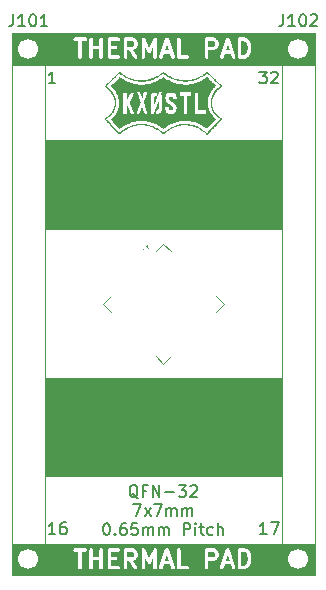
<source format=gto>
G04 #@! TF.GenerationSoftware,KiCad,Pcbnew,9.0.6*
G04 #@! TF.CreationDate,2026-01-02T20:46:43-06:00*
G04 #@! TF.ProjectId,QFN-32_7x7_P0.65,51464e2d-3332-45f3-9778-375f50302e36,rev?*
G04 #@! TF.SameCoordinates,Original*
G04 #@! TF.FileFunction,Legend,Top*
G04 #@! TF.FilePolarity,Positive*
%FSLAX46Y46*%
G04 Gerber Fmt 4.6, Leading zero omitted, Abs format (unit mm)*
G04 Created by KiCad (PCBNEW 9.0.6) date 2026-01-02 20:46:43*
%MOMM*%
%LPD*%
G01*
G04 APERTURE LIST*
G04 Aperture macros list*
%AMRoundRect*
0 Rectangle with rounded corners*
0 $1 Rounding radius*
0 $2 $3 $4 $5 $6 $7 $8 $9 X,Y pos of 4 corners*
0 Add a 4 corners polygon primitive as box body*
4,1,4,$2,$3,$4,$5,$6,$7,$8,$9,$2,$3,0*
0 Add four circle primitives for the rounded corners*
1,1,$1+$1,$2,$3*
1,1,$1+$1,$4,$5*
1,1,$1+$1,$6,$7*
1,1,$1+$1,$8,$9*
0 Add four rect primitives between the rounded corners*
20,1,$1+$1,$2,$3,$4,$5,0*
20,1,$1+$1,$4,$5,$6,$7,0*
20,1,$1+$1,$6,$7,$8,$9,0*
20,1,$1+$1,$8,$9,$2,$3,0*%
%AMRotRect*
0 Rectangle, with rotation*
0 The origin of the aperture is its center*
0 $1 length*
0 $2 width*
0 $3 Rotation angle, in degrees counterclockwise*
0 Add horizontal line*
21,1,$1,$2,0,0,$3*%
G04 Aperture macros list end*
%ADD10C,0.100000*%
%ADD11C,0.200000*%
%ADD12C,0.300000*%
%ADD13C,0.150000*%
%ADD14C,0.120000*%
%ADD15C,0.000000*%
%ADD16RoundRect,0.075000X-0.530330X-0.424264X-0.424264X-0.530330X0.530330X0.424264X0.424264X0.530330X0*%
%ADD17RoundRect,0.075000X-0.530330X0.424264X0.424264X-0.530330X0.530330X-0.424264X-0.424264X0.530330X0*%
%ADD18RotRect,3.750000X3.750000X315.000000*%
%ADD19C,1.700000*%
%ADD20R,1.700000X1.700000*%
G04 APERTURE END LIST*
D10*
X125603000Y-140969750D02*
X130683000Y-140969750D01*
X130683000Y-143637000D01*
X125603000Y-143637000D01*
X125603000Y-140969750D01*
G36*
X125603000Y-140969750D02*
G01*
X130683000Y-140969750D01*
X130683000Y-143637000D01*
X125603000Y-143637000D01*
X125603000Y-140969750D01*
G37*
X130369750Y-99987225D02*
X146168500Y-99987225D01*
X146168500Y-100393625D01*
X130369750Y-100393625D01*
X130369750Y-99987225D01*
G36*
X130369750Y-99987225D02*
G01*
X146168500Y-99987225D01*
X146168500Y-100393625D01*
X130369750Y-100393625D01*
X130369750Y-99987225D01*
G37*
X146041500Y-140969750D02*
X151240000Y-140969750D01*
X151240000Y-143637000D01*
X146041500Y-143637000D01*
X146041500Y-140969750D01*
G36*
X146041500Y-140969750D02*
G01*
X151240000Y-140969750D01*
X151240000Y-143637000D01*
X146041500Y-143637000D01*
X146041500Y-140969750D01*
G37*
X129785500Y-97726375D02*
X146727250Y-97726375D01*
X146727250Y-97954975D01*
X129785500Y-97954975D01*
X129785500Y-97726375D01*
G36*
X129785500Y-97726375D02*
G01*
X146727250Y-97726375D01*
X146727250Y-97954975D01*
X129785500Y-97954975D01*
X129785500Y-97726375D01*
G37*
X130420500Y-140969750D02*
X146473250Y-140969750D01*
X146473250Y-141198100D01*
X130420500Y-141198100D01*
X130420500Y-140969750D01*
G36*
X130420500Y-140969750D02*
G01*
X146473250Y-140969750D01*
X146473250Y-141198100D01*
X130420500Y-141198100D01*
X130420500Y-140969750D01*
G37*
X128369350Y-106807000D02*
X148435350Y-106807000D01*
X148435350Y-114325400D01*
X128369350Y-114325400D01*
X128369350Y-106807000D01*
G36*
X128369350Y-106807000D02*
G01*
X148435350Y-106807000D01*
X148435350Y-114325400D01*
X128369350Y-114325400D01*
X128369350Y-106807000D01*
G37*
X129480750Y-143230600D02*
X147184500Y-143230600D01*
X147184500Y-143637000D01*
X129480750Y-143637000D01*
X129480750Y-143230600D01*
G36*
X129480750Y-143230600D02*
G01*
X147184500Y-143230600D01*
X147184500Y-143637000D01*
X129480750Y-143637000D01*
X129480750Y-143230600D01*
G37*
X128397000Y-126936500D02*
X148463000Y-126936500D01*
X148463000Y-135191500D01*
X128397000Y-135191500D01*
X128397000Y-126936500D01*
G36*
X128397000Y-126936500D02*
G01*
X148463000Y-126936500D01*
X148463000Y-135191500D01*
X128397000Y-135191500D01*
X128397000Y-126936500D01*
G37*
X125603000Y-97726375D02*
X130683000Y-97726375D01*
X130683000Y-100393625D01*
X125603000Y-100393625D01*
X125603000Y-97726375D01*
G36*
X125603000Y-97726375D02*
G01*
X130683000Y-97726375D01*
X130683000Y-100393625D01*
X125603000Y-100393625D01*
X125603000Y-97726375D01*
G37*
X146054250Y-97726375D02*
X151240000Y-97726375D01*
X151240000Y-100393625D01*
X146054250Y-100393625D01*
X146054250Y-97726375D01*
G36*
X146054250Y-97726375D02*
G01*
X151240000Y-97726375D01*
X151240000Y-100393625D01*
X146054250Y-100393625D01*
X146054250Y-97726375D01*
G37*
D11*
X146569517Y-100988594D02*
X147188564Y-100988594D01*
X147188564Y-100988594D02*
X146855231Y-101369546D01*
X146855231Y-101369546D02*
X146998088Y-101369546D01*
X146998088Y-101369546D02*
X147093326Y-101417165D01*
X147093326Y-101417165D02*
X147140945Y-101464784D01*
X147140945Y-101464784D02*
X147188564Y-101560022D01*
X147188564Y-101560022D02*
X147188564Y-101798117D01*
X147188564Y-101798117D02*
X147140945Y-101893355D01*
X147140945Y-101893355D02*
X147093326Y-101940975D01*
X147093326Y-101940975D02*
X146998088Y-101988594D01*
X146998088Y-101988594D02*
X146712374Y-101988594D01*
X146712374Y-101988594D02*
X146617136Y-101940975D01*
X146617136Y-101940975D02*
X146569517Y-101893355D01*
X147569517Y-101083832D02*
X147617136Y-101036213D01*
X147617136Y-101036213D02*
X147712374Y-100988594D01*
X147712374Y-100988594D02*
X147950469Y-100988594D01*
X147950469Y-100988594D02*
X148045707Y-101036213D01*
X148045707Y-101036213D02*
X148093326Y-101083832D01*
X148093326Y-101083832D02*
X148140945Y-101179070D01*
X148140945Y-101179070D02*
X148140945Y-101274308D01*
X148140945Y-101274308D02*
X148093326Y-101417165D01*
X148093326Y-101417165D02*
X147521898Y-101988594D01*
X147521898Y-101988594D02*
X148140945Y-101988594D01*
X147188564Y-140152219D02*
X146617136Y-140152219D01*
X146902850Y-140152219D02*
X146902850Y-139152219D01*
X146902850Y-139152219D02*
X146807612Y-139295076D01*
X146807612Y-139295076D02*
X146712374Y-139390314D01*
X146712374Y-139390314D02*
X146617136Y-139437933D01*
X147521898Y-139152219D02*
X148188564Y-139152219D01*
X148188564Y-139152219D02*
X147759993Y-140152219D01*
X136287142Y-137097138D02*
X136191904Y-137049519D01*
X136191904Y-137049519D02*
X136096666Y-136954281D01*
X136096666Y-136954281D02*
X135953809Y-136811423D01*
X135953809Y-136811423D02*
X135858571Y-136763804D01*
X135858571Y-136763804D02*
X135763333Y-136763804D01*
X135810952Y-137001900D02*
X135715714Y-136954281D01*
X135715714Y-136954281D02*
X135620476Y-136859042D01*
X135620476Y-136859042D02*
X135572857Y-136668566D01*
X135572857Y-136668566D02*
X135572857Y-136335233D01*
X135572857Y-136335233D02*
X135620476Y-136144757D01*
X135620476Y-136144757D02*
X135715714Y-136049519D01*
X135715714Y-136049519D02*
X135810952Y-136001900D01*
X135810952Y-136001900D02*
X136001428Y-136001900D01*
X136001428Y-136001900D02*
X136096666Y-136049519D01*
X136096666Y-136049519D02*
X136191904Y-136144757D01*
X136191904Y-136144757D02*
X136239523Y-136335233D01*
X136239523Y-136335233D02*
X136239523Y-136668566D01*
X136239523Y-136668566D02*
X136191904Y-136859042D01*
X136191904Y-136859042D02*
X136096666Y-136954281D01*
X136096666Y-136954281D02*
X136001428Y-137001900D01*
X136001428Y-137001900D02*
X135810952Y-137001900D01*
X137001428Y-136478090D02*
X136668095Y-136478090D01*
X136668095Y-137001900D02*
X136668095Y-136001900D01*
X136668095Y-136001900D02*
X137144285Y-136001900D01*
X137525238Y-137001900D02*
X137525238Y-136001900D01*
X137525238Y-136001900D02*
X138096666Y-137001900D01*
X138096666Y-137001900D02*
X138096666Y-136001900D01*
X138572857Y-136620947D02*
X139334762Y-136620947D01*
X139715714Y-136001900D02*
X140334761Y-136001900D01*
X140334761Y-136001900D02*
X140001428Y-136382852D01*
X140001428Y-136382852D02*
X140144285Y-136382852D01*
X140144285Y-136382852D02*
X140239523Y-136430471D01*
X140239523Y-136430471D02*
X140287142Y-136478090D01*
X140287142Y-136478090D02*
X140334761Y-136573328D01*
X140334761Y-136573328D02*
X140334761Y-136811423D01*
X140334761Y-136811423D02*
X140287142Y-136906661D01*
X140287142Y-136906661D02*
X140239523Y-136954281D01*
X140239523Y-136954281D02*
X140144285Y-137001900D01*
X140144285Y-137001900D02*
X139858571Y-137001900D01*
X139858571Y-137001900D02*
X139763333Y-136954281D01*
X139763333Y-136954281D02*
X139715714Y-136906661D01*
X140715714Y-136097138D02*
X140763333Y-136049519D01*
X140763333Y-136049519D02*
X140858571Y-136001900D01*
X140858571Y-136001900D02*
X141096666Y-136001900D01*
X141096666Y-136001900D02*
X141191904Y-136049519D01*
X141191904Y-136049519D02*
X141239523Y-136097138D01*
X141239523Y-136097138D02*
X141287142Y-136192376D01*
X141287142Y-136192376D02*
X141287142Y-136287614D01*
X141287142Y-136287614D02*
X141239523Y-136430471D01*
X141239523Y-136430471D02*
X140668095Y-137001900D01*
X140668095Y-137001900D02*
X141287142Y-137001900D01*
X135882381Y-137611844D02*
X136549047Y-137611844D01*
X136549047Y-137611844D02*
X136120476Y-138611844D01*
X136834762Y-138611844D02*
X137358571Y-137945177D01*
X136834762Y-137945177D02*
X137358571Y-138611844D01*
X137644286Y-137611844D02*
X138310952Y-137611844D01*
X138310952Y-137611844D02*
X137882381Y-138611844D01*
X138691905Y-138611844D02*
X138691905Y-137945177D01*
X138691905Y-138040415D02*
X138739524Y-137992796D01*
X138739524Y-137992796D02*
X138834762Y-137945177D01*
X138834762Y-137945177D02*
X138977619Y-137945177D01*
X138977619Y-137945177D02*
X139072857Y-137992796D01*
X139072857Y-137992796D02*
X139120476Y-138088034D01*
X139120476Y-138088034D02*
X139120476Y-138611844D01*
X139120476Y-138088034D02*
X139168095Y-137992796D01*
X139168095Y-137992796D02*
X139263333Y-137945177D01*
X139263333Y-137945177D02*
X139406190Y-137945177D01*
X139406190Y-137945177D02*
X139501429Y-137992796D01*
X139501429Y-137992796D02*
X139549048Y-138088034D01*
X139549048Y-138088034D02*
X139549048Y-138611844D01*
X140025238Y-138611844D02*
X140025238Y-137945177D01*
X140025238Y-138040415D02*
X140072857Y-137992796D01*
X140072857Y-137992796D02*
X140168095Y-137945177D01*
X140168095Y-137945177D02*
X140310952Y-137945177D01*
X140310952Y-137945177D02*
X140406190Y-137992796D01*
X140406190Y-137992796D02*
X140453809Y-138088034D01*
X140453809Y-138088034D02*
X140453809Y-138611844D01*
X140453809Y-138088034D02*
X140501428Y-137992796D01*
X140501428Y-137992796D02*
X140596666Y-137945177D01*
X140596666Y-137945177D02*
X140739523Y-137945177D01*
X140739523Y-137945177D02*
X140834762Y-137992796D01*
X140834762Y-137992796D02*
X140882381Y-138088034D01*
X140882381Y-138088034D02*
X140882381Y-138611844D01*
X133572857Y-139221788D02*
X133668095Y-139221788D01*
X133668095Y-139221788D02*
X133763333Y-139269407D01*
X133763333Y-139269407D02*
X133810952Y-139317026D01*
X133810952Y-139317026D02*
X133858571Y-139412264D01*
X133858571Y-139412264D02*
X133906190Y-139602740D01*
X133906190Y-139602740D02*
X133906190Y-139840835D01*
X133906190Y-139840835D02*
X133858571Y-140031311D01*
X133858571Y-140031311D02*
X133810952Y-140126549D01*
X133810952Y-140126549D02*
X133763333Y-140174169D01*
X133763333Y-140174169D02*
X133668095Y-140221788D01*
X133668095Y-140221788D02*
X133572857Y-140221788D01*
X133572857Y-140221788D02*
X133477619Y-140174169D01*
X133477619Y-140174169D02*
X133430000Y-140126549D01*
X133430000Y-140126549D02*
X133382381Y-140031311D01*
X133382381Y-140031311D02*
X133334762Y-139840835D01*
X133334762Y-139840835D02*
X133334762Y-139602740D01*
X133334762Y-139602740D02*
X133382381Y-139412264D01*
X133382381Y-139412264D02*
X133430000Y-139317026D01*
X133430000Y-139317026D02*
X133477619Y-139269407D01*
X133477619Y-139269407D02*
X133572857Y-139221788D01*
X134334762Y-140126549D02*
X134382381Y-140174169D01*
X134382381Y-140174169D02*
X134334762Y-140221788D01*
X134334762Y-140221788D02*
X134287143Y-140174169D01*
X134287143Y-140174169D02*
X134334762Y-140126549D01*
X134334762Y-140126549D02*
X134334762Y-140221788D01*
X135239523Y-139221788D02*
X135049047Y-139221788D01*
X135049047Y-139221788D02*
X134953809Y-139269407D01*
X134953809Y-139269407D02*
X134906190Y-139317026D01*
X134906190Y-139317026D02*
X134810952Y-139459883D01*
X134810952Y-139459883D02*
X134763333Y-139650359D01*
X134763333Y-139650359D02*
X134763333Y-140031311D01*
X134763333Y-140031311D02*
X134810952Y-140126549D01*
X134810952Y-140126549D02*
X134858571Y-140174169D01*
X134858571Y-140174169D02*
X134953809Y-140221788D01*
X134953809Y-140221788D02*
X135144285Y-140221788D01*
X135144285Y-140221788D02*
X135239523Y-140174169D01*
X135239523Y-140174169D02*
X135287142Y-140126549D01*
X135287142Y-140126549D02*
X135334761Y-140031311D01*
X135334761Y-140031311D02*
X135334761Y-139793216D01*
X135334761Y-139793216D02*
X135287142Y-139697978D01*
X135287142Y-139697978D02*
X135239523Y-139650359D01*
X135239523Y-139650359D02*
X135144285Y-139602740D01*
X135144285Y-139602740D02*
X134953809Y-139602740D01*
X134953809Y-139602740D02*
X134858571Y-139650359D01*
X134858571Y-139650359D02*
X134810952Y-139697978D01*
X134810952Y-139697978D02*
X134763333Y-139793216D01*
X136239523Y-139221788D02*
X135763333Y-139221788D01*
X135763333Y-139221788D02*
X135715714Y-139697978D01*
X135715714Y-139697978D02*
X135763333Y-139650359D01*
X135763333Y-139650359D02*
X135858571Y-139602740D01*
X135858571Y-139602740D02*
X136096666Y-139602740D01*
X136096666Y-139602740D02*
X136191904Y-139650359D01*
X136191904Y-139650359D02*
X136239523Y-139697978D01*
X136239523Y-139697978D02*
X136287142Y-139793216D01*
X136287142Y-139793216D02*
X136287142Y-140031311D01*
X136287142Y-140031311D02*
X136239523Y-140126549D01*
X136239523Y-140126549D02*
X136191904Y-140174169D01*
X136191904Y-140174169D02*
X136096666Y-140221788D01*
X136096666Y-140221788D02*
X135858571Y-140221788D01*
X135858571Y-140221788D02*
X135763333Y-140174169D01*
X135763333Y-140174169D02*
X135715714Y-140126549D01*
X136715714Y-140221788D02*
X136715714Y-139555121D01*
X136715714Y-139650359D02*
X136763333Y-139602740D01*
X136763333Y-139602740D02*
X136858571Y-139555121D01*
X136858571Y-139555121D02*
X137001428Y-139555121D01*
X137001428Y-139555121D02*
X137096666Y-139602740D01*
X137096666Y-139602740D02*
X137144285Y-139697978D01*
X137144285Y-139697978D02*
X137144285Y-140221788D01*
X137144285Y-139697978D02*
X137191904Y-139602740D01*
X137191904Y-139602740D02*
X137287142Y-139555121D01*
X137287142Y-139555121D02*
X137429999Y-139555121D01*
X137429999Y-139555121D02*
X137525238Y-139602740D01*
X137525238Y-139602740D02*
X137572857Y-139697978D01*
X137572857Y-139697978D02*
X137572857Y-140221788D01*
X138049047Y-140221788D02*
X138049047Y-139555121D01*
X138049047Y-139650359D02*
X138096666Y-139602740D01*
X138096666Y-139602740D02*
X138191904Y-139555121D01*
X138191904Y-139555121D02*
X138334761Y-139555121D01*
X138334761Y-139555121D02*
X138429999Y-139602740D01*
X138429999Y-139602740D02*
X138477618Y-139697978D01*
X138477618Y-139697978D02*
X138477618Y-140221788D01*
X138477618Y-139697978D02*
X138525237Y-139602740D01*
X138525237Y-139602740D02*
X138620475Y-139555121D01*
X138620475Y-139555121D02*
X138763332Y-139555121D01*
X138763332Y-139555121D02*
X138858571Y-139602740D01*
X138858571Y-139602740D02*
X138906190Y-139697978D01*
X138906190Y-139697978D02*
X138906190Y-140221788D01*
X140144285Y-140221788D02*
X140144285Y-139221788D01*
X140144285Y-139221788D02*
X140525237Y-139221788D01*
X140525237Y-139221788D02*
X140620475Y-139269407D01*
X140620475Y-139269407D02*
X140668094Y-139317026D01*
X140668094Y-139317026D02*
X140715713Y-139412264D01*
X140715713Y-139412264D02*
X140715713Y-139555121D01*
X140715713Y-139555121D02*
X140668094Y-139650359D01*
X140668094Y-139650359D02*
X140620475Y-139697978D01*
X140620475Y-139697978D02*
X140525237Y-139745597D01*
X140525237Y-139745597D02*
X140144285Y-139745597D01*
X141144285Y-140221788D02*
X141144285Y-139555121D01*
X141144285Y-139221788D02*
X141096666Y-139269407D01*
X141096666Y-139269407D02*
X141144285Y-139317026D01*
X141144285Y-139317026D02*
X141191904Y-139269407D01*
X141191904Y-139269407D02*
X141144285Y-139221788D01*
X141144285Y-139221788D02*
X141144285Y-139317026D01*
X141477618Y-139555121D02*
X141858570Y-139555121D01*
X141620475Y-139221788D02*
X141620475Y-140078930D01*
X141620475Y-140078930D02*
X141668094Y-140174169D01*
X141668094Y-140174169D02*
X141763332Y-140221788D01*
X141763332Y-140221788D02*
X141858570Y-140221788D01*
X142620475Y-140174169D02*
X142525237Y-140221788D01*
X142525237Y-140221788D02*
X142334761Y-140221788D01*
X142334761Y-140221788D02*
X142239523Y-140174169D01*
X142239523Y-140174169D02*
X142191904Y-140126549D01*
X142191904Y-140126549D02*
X142144285Y-140031311D01*
X142144285Y-140031311D02*
X142144285Y-139745597D01*
X142144285Y-139745597D02*
X142191904Y-139650359D01*
X142191904Y-139650359D02*
X142239523Y-139602740D01*
X142239523Y-139602740D02*
X142334761Y-139555121D01*
X142334761Y-139555121D02*
X142525237Y-139555121D01*
X142525237Y-139555121D02*
X142620475Y-139602740D01*
X143049047Y-140221788D02*
X143049047Y-139221788D01*
X143477618Y-140221788D02*
X143477618Y-139697978D01*
X143477618Y-139697978D02*
X143429999Y-139602740D01*
X143429999Y-139602740D02*
X143334761Y-139555121D01*
X143334761Y-139555121D02*
X143191904Y-139555121D01*
X143191904Y-139555121D02*
X143096666Y-139602740D01*
X143096666Y-139602740D02*
X143049047Y-139650359D01*
D12*
G36*
X145376186Y-141684236D02*
G01*
X145476793Y-141784843D01*
X145529972Y-141891202D01*
X145592928Y-142143023D01*
X145592928Y-142320382D01*
X145529972Y-142572203D01*
X145476793Y-142678563D01*
X145376187Y-142779169D01*
X145218585Y-142831703D01*
X145035785Y-142831703D01*
X145035785Y-141631703D01*
X145218588Y-141631703D01*
X145376186Y-141684236D01*
G37*
G36*
X135868361Y-141676410D02*
G01*
X135905365Y-141713414D01*
X135950071Y-141802826D01*
X135950071Y-141946293D01*
X135905364Y-142035706D01*
X135868359Y-142072711D01*
X135778947Y-142117417D01*
X135392928Y-142117417D01*
X135392928Y-141631703D01*
X135778947Y-141631703D01*
X135868361Y-141676410D01*
G37*
G36*
X138891959Y-142403132D02*
G01*
X138593900Y-142403132D01*
X138742929Y-141956044D01*
X138891959Y-142403132D01*
G37*
G36*
X144034816Y-142403132D02*
G01*
X143736757Y-142403132D01*
X143885786Y-141956044D01*
X144034816Y-142403132D01*
G37*
G36*
X142725504Y-141676410D02*
G01*
X142762508Y-141713414D01*
X142807214Y-141802826D01*
X142807214Y-141946293D01*
X142762507Y-142035706D01*
X142725502Y-142072711D01*
X142636090Y-142117417D01*
X142250071Y-142117417D01*
X142250071Y-141631703D01*
X142636090Y-141631703D01*
X142725504Y-141676410D01*
G37*
G36*
X146059595Y-143298370D02*
G01*
X130643429Y-143298370D01*
X130643429Y-141452439D01*
X130810096Y-141452439D01*
X130810096Y-141510967D01*
X130832494Y-141565039D01*
X130873878Y-141606423D01*
X130927950Y-141628821D01*
X130957214Y-141631703D01*
X131235785Y-141631703D01*
X131235785Y-142981703D01*
X131238667Y-143010967D01*
X131261065Y-143065039D01*
X131302449Y-143106423D01*
X131356521Y-143128821D01*
X131415049Y-143128821D01*
X131469121Y-143106423D01*
X131510505Y-143065039D01*
X131532903Y-143010967D01*
X131535785Y-142981703D01*
X131535785Y-141631703D01*
X131814357Y-141631703D01*
X131843621Y-141628821D01*
X131897693Y-141606423D01*
X131939077Y-141565039D01*
X131961475Y-141510967D01*
X131961475Y-141481703D01*
X132164356Y-141481703D01*
X132164356Y-142981703D01*
X132167238Y-143010967D01*
X132189636Y-143065039D01*
X132231020Y-143106423D01*
X132285092Y-143128821D01*
X132343620Y-143128821D01*
X132397692Y-143106423D01*
X132439076Y-143065039D01*
X132461474Y-143010967D01*
X132464356Y-142981703D01*
X132464356Y-142345989D01*
X133021499Y-142345989D01*
X133021499Y-142981703D01*
X133024381Y-143010967D01*
X133046779Y-143065039D01*
X133088163Y-143106423D01*
X133142235Y-143128821D01*
X133200763Y-143128821D01*
X133254835Y-143106423D01*
X133296219Y-143065039D01*
X133318617Y-143010967D01*
X133321499Y-142981703D01*
X133321499Y-141481703D01*
X133735785Y-141481703D01*
X133735785Y-142981703D01*
X133738667Y-143010967D01*
X133761065Y-143065039D01*
X133802449Y-143106423D01*
X133856521Y-143128821D01*
X133885785Y-143131703D01*
X134600071Y-143131703D01*
X134629335Y-143128821D01*
X134683407Y-143106423D01*
X134724791Y-143065039D01*
X134747189Y-143010967D01*
X134747189Y-142952439D01*
X134724791Y-142898367D01*
X134683407Y-142856983D01*
X134629335Y-142834585D01*
X134600071Y-142831703D01*
X134035785Y-142831703D01*
X134035785Y-142345989D01*
X134385785Y-142345989D01*
X134415049Y-142343107D01*
X134469121Y-142320709D01*
X134510505Y-142279325D01*
X134532903Y-142225253D01*
X134532903Y-142166725D01*
X134510505Y-142112653D01*
X134469121Y-142071269D01*
X134415049Y-142048871D01*
X134385785Y-142045989D01*
X134035785Y-142045989D01*
X134035785Y-141631703D01*
X134600071Y-141631703D01*
X134629335Y-141628821D01*
X134683407Y-141606423D01*
X134724791Y-141565039D01*
X134747189Y-141510967D01*
X134747189Y-141481703D01*
X135092928Y-141481703D01*
X135092928Y-142981703D01*
X135095810Y-143010967D01*
X135118208Y-143065039D01*
X135159592Y-143106423D01*
X135213664Y-143128821D01*
X135272192Y-143128821D01*
X135326264Y-143106423D01*
X135367648Y-143065039D01*
X135390046Y-143010967D01*
X135392928Y-142981703D01*
X135392928Y-142417417D01*
X135521973Y-142417417D01*
X135977186Y-143067722D01*
X135996329Y-143090044D01*
X136045686Y-143121497D01*
X136103322Y-143131668D01*
X136160464Y-143119009D01*
X136208412Y-143085445D01*
X136239865Y-143036088D01*
X136250036Y-142978452D01*
X136237377Y-142921310D01*
X136222956Y-142895684D01*
X135878004Y-142402895D01*
X135881439Y-142401581D01*
X136024296Y-142330153D01*
X136036889Y-142322225D01*
X136040549Y-142320710D01*
X136044668Y-142317328D01*
X136049182Y-142314488D01*
X136051778Y-142311494D01*
X136063280Y-142302055D01*
X136134709Y-142230626D01*
X136144150Y-142219121D01*
X136147142Y-142216527D01*
X136149980Y-142212017D01*
X136153364Y-142207895D01*
X136154880Y-142204233D01*
X136162807Y-142191642D01*
X136234235Y-142048784D01*
X136244745Y-142021321D01*
X136245126Y-142015945D01*
X136247189Y-142010967D01*
X136250071Y-141981703D01*
X136250071Y-141767417D01*
X136247189Y-141738153D01*
X136245126Y-141733174D01*
X136244745Y-141727799D01*
X136234235Y-141700336D01*
X136162807Y-141557478D01*
X136154878Y-141544883D01*
X136153363Y-141541224D01*
X136149981Y-141537103D01*
X136147142Y-141532593D01*
X136144150Y-141529998D01*
X136134708Y-141518493D01*
X136097917Y-141481703D01*
X136592928Y-141481703D01*
X136592928Y-142981703D01*
X136595810Y-143010967D01*
X136618208Y-143065039D01*
X136659592Y-143106423D01*
X136713664Y-143128821D01*
X136772192Y-143128821D01*
X136826264Y-143106423D01*
X136867648Y-143065039D01*
X136890046Y-143010967D01*
X136892928Y-142981703D01*
X136892928Y-142157836D01*
X137107001Y-142616565D01*
X137113347Y-142627278D01*
X137114668Y-142630910D01*
X137117019Y-142633478D01*
X137121988Y-142641865D01*
X137138793Y-142657255D01*
X137154195Y-142674073D01*
X137160238Y-142676893D01*
X137165151Y-142681392D01*
X137186571Y-142689181D01*
X137207233Y-142698823D01*
X137213890Y-142699115D01*
X137220153Y-142701393D01*
X137242932Y-142700392D01*
X137265703Y-142701393D01*
X137271962Y-142699116D01*
X137278624Y-142698824D01*
X137299291Y-142689179D01*
X137320706Y-142681392D01*
X137325619Y-142676892D01*
X137331661Y-142674073D01*
X137347056Y-142657260D01*
X137363869Y-142641865D01*
X137368837Y-142633476D01*
X137371188Y-142630910D01*
X137372507Y-142627280D01*
X137378855Y-142616565D01*
X137592928Y-142157837D01*
X137592928Y-142981703D01*
X137595810Y-143010967D01*
X137618208Y-143065039D01*
X137659592Y-143106423D01*
X137713664Y-143128821D01*
X137772192Y-143128821D01*
X137826264Y-143106423D01*
X137867648Y-143065039D01*
X137890046Y-143010967D01*
X137892928Y-142981703D01*
X137892928Y-142962942D01*
X138094107Y-142962942D01*
X138098256Y-143021323D01*
X138124430Y-143073670D01*
X138168644Y-143112017D01*
X138224168Y-143130525D01*
X138282549Y-143126376D01*
X138334896Y-143100202D01*
X138373243Y-143055988D01*
X138385231Y-143029137D01*
X138493900Y-142703132D01*
X138991959Y-142703132D01*
X139100627Y-143029137D01*
X139112615Y-143055988D01*
X139150962Y-143100203D01*
X139203310Y-143126376D01*
X139261690Y-143130526D01*
X139317214Y-143112017D01*
X139361428Y-143073670D01*
X139387602Y-143021323D01*
X139391752Y-142962943D01*
X139385232Y-142934269D01*
X138901042Y-141481703D01*
X139592928Y-141481703D01*
X139592928Y-142981703D01*
X139595810Y-143010967D01*
X139618208Y-143065039D01*
X139659592Y-143106423D01*
X139713664Y-143128821D01*
X139742928Y-143131703D01*
X140457214Y-143131703D01*
X140486478Y-143128821D01*
X140540550Y-143106423D01*
X140581934Y-143065039D01*
X140604332Y-143010967D01*
X140604332Y-142952439D01*
X140581934Y-142898367D01*
X140540550Y-142856983D01*
X140486478Y-142834585D01*
X140457214Y-142831703D01*
X139892928Y-142831703D01*
X139892928Y-141481703D01*
X141950071Y-141481703D01*
X141950071Y-142981703D01*
X141952953Y-143010967D01*
X141975351Y-143065039D01*
X142016735Y-143106423D01*
X142070807Y-143128821D01*
X142129335Y-143128821D01*
X142183407Y-143106423D01*
X142224791Y-143065039D01*
X142247189Y-143010967D01*
X142250071Y-142981703D01*
X142250071Y-142962942D01*
X143236964Y-142962942D01*
X143241113Y-143021323D01*
X143267287Y-143073670D01*
X143311501Y-143112017D01*
X143367025Y-143130525D01*
X143425406Y-143126376D01*
X143477753Y-143100202D01*
X143516100Y-143055988D01*
X143528088Y-143029137D01*
X143636757Y-142703132D01*
X144134816Y-142703132D01*
X144243484Y-143029137D01*
X144255472Y-143055988D01*
X144293819Y-143100203D01*
X144346167Y-143126376D01*
X144404547Y-143130526D01*
X144460071Y-143112017D01*
X144504285Y-143073670D01*
X144530459Y-143021323D01*
X144534609Y-142962943D01*
X144528089Y-142934269D01*
X144043899Y-141481703D01*
X144735785Y-141481703D01*
X144735785Y-142981703D01*
X144738667Y-143010967D01*
X144761065Y-143065039D01*
X144802449Y-143106423D01*
X144856521Y-143128821D01*
X144885785Y-143131703D01*
X145242928Y-143131703D01*
X145257733Y-143130244D01*
X145261688Y-143130526D01*
X145266889Y-143129343D01*
X145272192Y-143128821D01*
X145275849Y-143127305D01*
X145290362Y-143124006D01*
X145504648Y-143052578D01*
X145531499Y-143040590D01*
X145535570Y-143037058D01*
X145540550Y-143034996D01*
X145563280Y-143016341D01*
X145706137Y-142873483D01*
X145715575Y-142861981D01*
X145718570Y-142859385D01*
X145721410Y-142854871D01*
X145724792Y-142850752D01*
X145726307Y-142847092D01*
X145734235Y-142834499D01*
X145805664Y-142691643D01*
X145806483Y-142689500D01*
X145807128Y-142688631D01*
X145811512Y-142676359D01*
X145816173Y-142664179D01*
X145816249Y-142663098D01*
X145817021Y-142660940D01*
X145888449Y-142375226D01*
X145889198Y-142370154D01*
X145890046Y-142368110D01*
X145891131Y-142357087D01*
X145892751Y-142346137D01*
X145892425Y-142343949D01*
X145892928Y-142338846D01*
X145892928Y-142124560D01*
X145892425Y-142119456D01*
X145892751Y-142117269D01*
X145891131Y-142106318D01*
X145890046Y-142095296D01*
X145889198Y-142093251D01*
X145888449Y-142088180D01*
X145817021Y-141802466D01*
X145816249Y-141800307D01*
X145816173Y-141799227D01*
X145811512Y-141787046D01*
X145807128Y-141774775D01*
X145806483Y-141773905D01*
X145805664Y-141771763D01*
X145734235Y-141628907D01*
X145726308Y-141616315D01*
X145724792Y-141612653D01*
X145721408Y-141608530D01*
X145718570Y-141604021D01*
X145715577Y-141601425D01*
X145706137Y-141589923D01*
X145563280Y-141447066D01*
X145540549Y-141428411D01*
X145535569Y-141426348D01*
X145531499Y-141422818D01*
X145504648Y-141410829D01*
X145290362Y-141339401D01*
X145275854Y-141336102D01*
X145272192Y-141334585D01*
X145266883Y-141334062D01*
X145261689Y-141332881D01*
X145257739Y-141333161D01*
X145242928Y-141331703D01*
X144885785Y-141331703D01*
X144856521Y-141334585D01*
X144802449Y-141356983D01*
X144761065Y-141398367D01*
X144738667Y-141452439D01*
X144735785Y-141481703D01*
X144043899Y-141481703D01*
X144028088Y-141434269D01*
X144016100Y-141407418D01*
X144009077Y-141399321D01*
X144004285Y-141389736D01*
X143990076Y-141377412D01*
X143977753Y-141363204D01*
X143968167Y-141358411D01*
X143960071Y-141351389D01*
X143942227Y-141345440D01*
X143925406Y-141337030D01*
X143914717Y-141336270D01*
X143904547Y-141332880D01*
X143885781Y-141334213D01*
X143867025Y-141332881D01*
X143856857Y-141336270D01*
X143846167Y-141337030D01*
X143829343Y-141345441D01*
X143811501Y-141351389D01*
X143803406Y-141358409D01*
X143793819Y-141363203D01*
X143781493Y-141377414D01*
X143767287Y-141389736D01*
X143762494Y-141399320D01*
X143755472Y-141407418D01*
X143743484Y-141434269D01*
X143243484Y-142934269D01*
X143236964Y-142962942D01*
X142250071Y-142962942D01*
X142250071Y-142417417D01*
X142671500Y-142417417D01*
X142700764Y-142414535D01*
X142705742Y-142412472D01*
X142711118Y-142412091D01*
X142738582Y-142401581D01*
X142881439Y-142330153D01*
X142894032Y-142322225D01*
X142897692Y-142320710D01*
X142901811Y-142317328D01*
X142906325Y-142314488D01*
X142908921Y-142311494D01*
X142920423Y-142302055D01*
X142991852Y-142230626D01*
X143001293Y-142219121D01*
X143004285Y-142216527D01*
X143007123Y-142212017D01*
X143010507Y-142207895D01*
X143012023Y-142204233D01*
X143019950Y-142191642D01*
X143091378Y-142048784D01*
X143101888Y-142021321D01*
X143102269Y-142015945D01*
X143104332Y-142010967D01*
X143107214Y-141981703D01*
X143107214Y-141767417D01*
X143104332Y-141738153D01*
X143102269Y-141733174D01*
X143101888Y-141727799D01*
X143091378Y-141700336D01*
X143019950Y-141557478D01*
X143012021Y-141544883D01*
X143010506Y-141541224D01*
X143007124Y-141537103D01*
X143004285Y-141532593D01*
X143001293Y-141529998D01*
X142991851Y-141518493D01*
X142920422Y-141447065D01*
X142908922Y-141437627D01*
X142906325Y-141434633D01*
X142901808Y-141431790D01*
X142897691Y-141428411D01*
X142894034Y-141426896D01*
X142881439Y-141418968D01*
X142738582Y-141347539D01*
X142711119Y-141337030D01*
X142705744Y-141336648D01*
X142700764Y-141334585D01*
X142671500Y-141331703D01*
X142100071Y-141331703D01*
X142070807Y-141334585D01*
X142016735Y-141356983D01*
X141975351Y-141398367D01*
X141952953Y-141452439D01*
X141950071Y-141481703D01*
X139892928Y-141481703D01*
X139890046Y-141452439D01*
X139867648Y-141398367D01*
X139826264Y-141356983D01*
X139772192Y-141334585D01*
X139713664Y-141334585D01*
X139659592Y-141356983D01*
X139618208Y-141398367D01*
X139595810Y-141452439D01*
X139592928Y-141481703D01*
X138901042Y-141481703D01*
X138885231Y-141434269D01*
X138873243Y-141407418D01*
X138866220Y-141399321D01*
X138861428Y-141389736D01*
X138847219Y-141377412D01*
X138834896Y-141363204D01*
X138825310Y-141358411D01*
X138817214Y-141351389D01*
X138799370Y-141345440D01*
X138782549Y-141337030D01*
X138771860Y-141336270D01*
X138761690Y-141332880D01*
X138742924Y-141334213D01*
X138724168Y-141332881D01*
X138714000Y-141336270D01*
X138703310Y-141337030D01*
X138686486Y-141345441D01*
X138668644Y-141351389D01*
X138660549Y-141358409D01*
X138650962Y-141363203D01*
X138638636Y-141377414D01*
X138624430Y-141389736D01*
X138619637Y-141399320D01*
X138612615Y-141407418D01*
X138600627Y-141434269D01*
X138100627Y-142934269D01*
X138094107Y-142962942D01*
X137892928Y-142962942D01*
X137892928Y-141481703D01*
X137891033Y-141462465D01*
X137891189Y-141458927D01*
X137890497Y-141457026D01*
X137890046Y-141452439D01*
X137880085Y-141428393D01*
X137871188Y-141403925D01*
X137868928Y-141401457D01*
X137867648Y-141398367D01*
X137849250Y-141379969D01*
X137831661Y-141360762D01*
X137828627Y-141359346D01*
X137826264Y-141356983D01*
X137802233Y-141347029D01*
X137778624Y-141336011D01*
X137775279Y-141335864D01*
X137772192Y-141334585D01*
X137746168Y-141334585D01*
X137720153Y-141333442D01*
X137717010Y-141334585D01*
X137713664Y-141334585D01*
X137689611Y-141344548D01*
X137665151Y-141353443D01*
X137662683Y-141355702D01*
X137659592Y-141356983D01*
X137641183Y-141375391D01*
X137621988Y-141392970D01*
X137619638Y-141396936D01*
X137618208Y-141398367D01*
X137616852Y-141401639D01*
X137607001Y-141418270D01*
X137242928Y-142198426D01*
X136878855Y-141418270D01*
X136869001Y-141401635D01*
X136867648Y-141398367D01*
X136866219Y-141396938D01*
X136863869Y-141392970D01*
X136844661Y-141375380D01*
X136826264Y-141356983D01*
X136823173Y-141355702D01*
X136820706Y-141353443D01*
X136796240Y-141344546D01*
X136772192Y-141334585D01*
X136768846Y-141334585D01*
X136765703Y-141333442D01*
X136739699Y-141334585D01*
X136713664Y-141334585D01*
X136710573Y-141335865D01*
X136707233Y-141336012D01*
X136683637Y-141347022D01*
X136659592Y-141356983D01*
X136657228Y-141359346D01*
X136654195Y-141360762D01*
X136636605Y-141379969D01*
X136618208Y-141398367D01*
X136616927Y-141401457D01*
X136614668Y-141403925D01*
X136605771Y-141428390D01*
X136595810Y-141452439D01*
X136595358Y-141457027D01*
X136594667Y-141458928D01*
X136594822Y-141462466D01*
X136592928Y-141481703D01*
X136097917Y-141481703D01*
X136063279Y-141447065D01*
X136051779Y-141437627D01*
X136049182Y-141434633D01*
X136044665Y-141431790D01*
X136040548Y-141428411D01*
X136036891Y-141426896D01*
X136024296Y-141418968D01*
X135881439Y-141347539D01*
X135853976Y-141337030D01*
X135848601Y-141336648D01*
X135843621Y-141334585D01*
X135814357Y-141331703D01*
X135242928Y-141331703D01*
X135213664Y-141334585D01*
X135159592Y-141356983D01*
X135118208Y-141398367D01*
X135095810Y-141452439D01*
X135092928Y-141481703D01*
X134747189Y-141481703D01*
X134747189Y-141452439D01*
X134724791Y-141398367D01*
X134683407Y-141356983D01*
X134629335Y-141334585D01*
X134600071Y-141331703D01*
X133885785Y-141331703D01*
X133856521Y-141334585D01*
X133802449Y-141356983D01*
X133761065Y-141398367D01*
X133738667Y-141452439D01*
X133735785Y-141481703D01*
X133321499Y-141481703D01*
X133318617Y-141452439D01*
X133296219Y-141398367D01*
X133254835Y-141356983D01*
X133200763Y-141334585D01*
X133142235Y-141334585D01*
X133088163Y-141356983D01*
X133046779Y-141398367D01*
X133024381Y-141452439D01*
X133021499Y-141481703D01*
X133021499Y-142045989D01*
X132464356Y-142045989D01*
X132464356Y-141481703D01*
X132461474Y-141452439D01*
X132439076Y-141398367D01*
X132397692Y-141356983D01*
X132343620Y-141334585D01*
X132285092Y-141334585D01*
X132231020Y-141356983D01*
X132189636Y-141398367D01*
X132167238Y-141452439D01*
X132164356Y-141481703D01*
X131961475Y-141481703D01*
X131961475Y-141452439D01*
X131939077Y-141398367D01*
X131897693Y-141356983D01*
X131843621Y-141334585D01*
X131814357Y-141331703D01*
X130957214Y-141331703D01*
X130927950Y-141334585D01*
X130873878Y-141356983D01*
X130832494Y-141398367D01*
X130810096Y-141452439D01*
X130643429Y-141452439D01*
X130643429Y-141165036D01*
X146059595Y-141165036D01*
X146059595Y-143298370D01*
G37*
G36*
X145376186Y-98440861D02*
G01*
X145476793Y-98541468D01*
X145529972Y-98647827D01*
X145592928Y-98899648D01*
X145592928Y-99077007D01*
X145529972Y-99328828D01*
X145476793Y-99435188D01*
X145376187Y-99535794D01*
X145218585Y-99588328D01*
X145035785Y-99588328D01*
X145035785Y-98388328D01*
X145218588Y-98388328D01*
X145376186Y-98440861D01*
G37*
G36*
X135868361Y-98433035D02*
G01*
X135905365Y-98470039D01*
X135950071Y-98559451D01*
X135950071Y-98702918D01*
X135905364Y-98792331D01*
X135868359Y-98829336D01*
X135778947Y-98874042D01*
X135392928Y-98874042D01*
X135392928Y-98388328D01*
X135778947Y-98388328D01*
X135868361Y-98433035D01*
G37*
G36*
X138891959Y-99159757D02*
G01*
X138593900Y-99159757D01*
X138742929Y-98712669D01*
X138891959Y-99159757D01*
G37*
G36*
X144034816Y-99159757D02*
G01*
X143736757Y-99159757D01*
X143885786Y-98712669D01*
X144034816Y-99159757D01*
G37*
G36*
X142725504Y-98433035D02*
G01*
X142762508Y-98470039D01*
X142807214Y-98559451D01*
X142807214Y-98702918D01*
X142762507Y-98792331D01*
X142725502Y-98829336D01*
X142636090Y-98874042D01*
X142250071Y-98874042D01*
X142250071Y-98388328D01*
X142636090Y-98388328D01*
X142725504Y-98433035D01*
G37*
G36*
X146059595Y-100054995D02*
G01*
X130643429Y-100054995D01*
X130643429Y-98209064D01*
X130810096Y-98209064D01*
X130810096Y-98267592D01*
X130832494Y-98321664D01*
X130873878Y-98363048D01*
X130927950Y-98385446D01*
X130957214Y-98388328D01*
X131235785Y-98388328D01*
X131235785Y-99738328D01*
X131238667Y-99767592D01*
X131261065Y-99821664D01*
X131302449Y-99863048D01*
X131356521Y-99885446D01*
X131415049Y-99885446D01*
X131469121Y-99863048D01*
X131510505Y-99821664D01*
X131532903Y-99767592D01*
X131535785Y-99738328D01*
X131535785Y-98388328D01*
X131814357Y-98388328D01*
X131843621Y-98385446D01*
X131897693Y-98363048D01*
X131939077Y-98321664D01*
X131961475Y-98267592D01*
X131961475Y-98238328D01*
X132164356Y-98238328D01*
X132164356Y-99738328D01*
X132167238Y-99767592D01*
X132189636Y-99821664D01*
X132231020Y-99863048D01*
X132285092Y-99885446D01*
X132343620Y-99885446D01*
X132397692Y-99863048D01*
X132439076Y-99821664D01*
X132461474Y-99767592D01*
X132464356Y-99738328D01*
X132464356Y-99102614D01*
X133021499Y-99102614D01*
X133021499Y-99738328D01*
X133024381Y-99767592D01*
X133046779Y-99821664D01*
X133088163Y-99863048D01*
X133142235Y-99885446D01*
X133200763Y-99885446D01*
X133254835Y-99863048D01*
X133296219Y-99821664D01*
X133318617Y-99767592D01*
X133321499Y-99738328D01*
X133321499Y-98238328D01*
X133735785Y-98238328D01*
X133735785Y-99738328D01*
X133738667Y-99767592D01*
X133761065Y-99821664D01*
X133802449Y-99863048D01*
X133856521Y-99885446D01*
X133885785Y-99888328D01*
X134600071Y-99888328D01*
X134629335Y-99885446D01*
X134683407Y-99863048D01*
X134724791Y-99821664D01*
X134747189Y-99767592D01*
X134747189Y-99709064D01*
X134724791Y-99654992D01*
X134683407Y-99613608D01*
X134629335Y-99591210D01*
X134600071Y-99588328D01*
X134035785Y-99588328D01*
X134035785Y-99102614D01*
X134385785Y-99102614D01*
X134415049Y-99099732D01*
X134469121Y-99077334D01*
X134510505Y-99035950D01*
X134532903Y-98981878D01*
X134532903Y-98923350D01*
X134510505Y-98869278D01*
X134469121Y-98827894D01*
X134415049Y-98805496D01*
X134385785Y-98802614D01*
X134035785Y-98802614D01*
X134035785Y-98388328D01*
X134600071Y-98388328D01*
X134629335Y-98385446D01*
X134683407Y-98363048D01*
X134724791Y-98321664D01*
X134747189Y-98267592D01*
X134747189Y-98238328D01*
X135092928Y-98238328D01*
X135092928Y-99738328D01*
X135095810Y-99767592D01*
X135118208Y-99821664D01*
X135159592Y-99863048D01*
X135213664Y-99885446D01*
X135272192Y-99885446D01*
X135326264Y-99863048D01*
X135367648Y-99821664D01*
X135390046Y-99767592D01*
X135392928Y-99738328D01*
X135392928Y-99174042D01*
X135521973Y-99174042D01*
X135977186Y-99824347D01*
X135996329Y-99846669D01*
X136045686Y-99878122D01*
X136103322Y-99888293D01*
X136160464Y-99875634D01*
X136208412Y-99842070D01*
X136239865Y-99792713D01*
X136250036Y-99735077D01*
X136237377Y-99677935D01*
X136222956Y-99652309D01*
X135878004Y-99159520D01*
X135881439Y-99158206D01*
X136024296Y-99086778D01*
X136036889Y-99078850D01*
X136040549Y-99077335D01*
X136044668Y-99073953D01*
X136049182Y-99071113D01*
X136051778Y-99068119D01*
X136063280Y-99058680D01*
X136134709Y-98987251D01*
X136144150Y-98975746D01*
X136147142Y-98973152D01*
X136149980Y-98968642D01*
X136153364Y-98964520D01*
X136154880Y-98960858D01*
X136162807Y-98948267D01*
X136234235Y-98805409D01*
X136244745Y-98777946D01*
X136245126Y-98772570D01*
X136247189Y-98767592D01*
X136250071Y-98738328D01*
X136250071Y-98524042D01*
X136247189Y-98494778D01*
X136245126Y-98489799D01*
X136244745Y-98484424D01*
X136234235Y-98456961D01*
X136162807Y-98314103D01*
X136154878Y-98301508D01*
X136153363Y-98297849D01*
X136149981Y-98293728D01*
X136147142Y-98289218D01*
X136144150Y-98286623D01*
X136134708Y-98275118D01*
X136097917Y-98238328D01*
X136592928Y-98238328D01*
X136592928Y-99738328D01*
X136595810Y-99767592D01*
X136618208Y-99821664D01*
X136659592Y-99863048D01*
X136713664Y-99885446D01*
X136772192Y-99885446D01*
X136826264Y-99863048D01*
X136867648Y-99821664D01*
X136890046Y-99767592D01*
X136892928Y-99738328D01*
X136892928Y-98914461D01*
X137107001Y-99373190D01*
X137113347Y-99383903D01*
X137114668Y-99387535D01*
X137117019Y-99390103D01*
X137121988Y-99398490D01*
X137138793Y-99413880D01*
X137154195Y-99430698D01*
X137160238Y-99433518D01*
X137165151Y-99438017D01*
X137186571Y-99445806D01*
X137207233Y-99455448D01*
X137213890Y-99455740D01*
X137220153Y-99458018D01*
X137242932Y-99457017D01*
X137265703Y-99458018D01*
X137271962Y-99455741D01*
X137278624Y-99455449D01*
X137299291Y-99445804D01*
X137320706Y-99438017D01*
X137325619Y-99433517D01*
X137331661Y-99430698D01*
X137347056Y-99413885D01*
X137363869Y-99398490D01*
X137368837Y-99390101D01*
X137371188Y-99387535D01*
X137372507Y-99383905D01*
X137378855Y-99373190D01*
X137592928Y-98914462D01*
X137592928Y-99738328D01*
X137595810Y-99767592D01*
X137618208Y-99821664D01*
X137659592Y-99863048D01*
X137713664Y-99885446D01*
X137772192Y-99885446D01*
X137826264Y-99863048D01*
X137867648Y-99821664D01*
X137890046Y-99767592D01*
X137892928Y-99738328D01*
X137892928Y-99719567D01*
X138094107Y-99719567D01*
X138098256Y-99777948D01*
X138124430Y-99830295D01*
X138168644Y-99868642D01*
X138224168Y-99887150D01*
X138282549Y-99883001D01*
X138334896Y-99856827D01*
X138373243Y-99812613D01*
X138385231Y-99785762D01*
X138493900Y-99459757D01*
X138991959Y-99459757D01*
X139100627Y-99785762D01*
X139112615Y-99812613D01*
X139150962Y-99856828D01*
X139203310Y-99883001D01*
X139261690Y-99887151D01*
X139317214Y-99868642D01*
X139361428Y-99830295D01*
X139387602Y-99777948D01*
X139391752Y-99719568D01*
X139385232Y-99690894D01*
X138901042Y-98238328D01*
X139592928Y-98238328D01*
X139592928Y-99738328D01*
X139595810Y-99767592D01*
X139618208Y-99821664D01*
X139659592Y-99863048D01*
X139713664Y-99885446D01*
X139742928Y-99888328D01*
X140457214Y-99888328D01*
X140486478Y-99885446D01*
X140540550Y-99863048D01*
X140581934Y-99821664D01*
X140604332Y-99767592D01*
X140604332Y-99709064D01*
X140581934Y-99654992D01*
X140540550Y-99613608D01*
X140486478Y-99591210D01*
X140457214Y-99588328D01*
X139892928Y-99588328D01*
X139892928Y-98238328D01*
X141950071Y-98238328D01*
X141950071Y-99738328D01*
X141952953Y-99767592D01*
X141975351Y-99821664D01*
X142016735Y-99863048D01*
X142070807Y-99885446D01*
X142129335Y-99885446D01*
X142183407Y-99863048D01*
X142224791Y-99821664D01*
X142247189Y-99767592D01*
X142250071Y-99738328D01*
X142250071Y-99719567D01*
X143236964Y-99719567D01*
X143241113Y-99777948D01*
X143267287Y-99830295D01*
X143311501Y-99868642D01*
X143367025Y-99887150D01*
X143425406Y-99883001D01*
X143477753Y-99856827D01*
X143516100Y-99812613D01*
X143528088Y-99785762D01*
X143636757Y-99459757D01*
X144134816Y-99459757D01*
X144243484Y-99785762D01*
X144255472Y-99812613D01*
X144293819Y-99856828D01*
X144346167Y-99883001D01*
X144404547Y-99887151D01*
X144460071Y-99868642D01*
X144504285Y-99830295D01*
X144530459Y-99777948D01*
X144534609Y-99719568D01*
X144528089Y-99690894D01*
X144043899Y-98238328D01*
X144735785Y-98238328D01*
X144735785Y-99738328D01*
X144738667Y-99767592D01*
X144761065Y-99821664D01*
X144802449Y-99863048D01*
X144856521Y-99885446D01*
X144885785Y-99888328D01*
X145242928Y-99888328D01*
X145257733Y-99886869D01*
X145261688Y-99887151D01*
X145266889Y-99885968D01*
X145272192Y-99885446D01*
X145275849Y-99883930D01*
X145290362Y-99880631D01*
X145504648Y-99809203D01*
X145531499Y-99797215D01*
X145535570Y-99793683D01*
X145540550Y-99791621D01*
X145563280Y-99772966D01*
X145706137Y-99630108D01*
X145715575Y-99618606D01*
X145718570Y-99616010D01*
X145721410Y-99611496D01*
X145724792Y-99607377D01*
X145726307Y-99603717D01*
X145734235Y-99591124D01*
X145805664Y-99448268D01*
X145806483Y-99446125D01*
X145807128Y-99445256D01*
X145811512Y-99432984D01*
X145816173Y-99420804D01*
X145816249Y-99419723D01*
X145817021Y-99417565D01*
X145888449Y-99131851D01*
X145889198Y-99126779D01*
X145890046Y-99124735D01*
X145891131Y-99113712D01*
X145892751Y-99102762D01*
X145892425Y-99100574D01*
X145892928Y-99095471D01*
X145892928Y-98881185D01*
X145892425Y-98876081D01*
X145892751Y-98873894D01*
X145891131Y-98862943D01*
X145890046Y-98851921D01*
X145889198Y-98849876D01*
X145888449Y-98844805D01*
X145817021Y-98559091D01*
X145816249Y-98556932D01*
X145816173Y-98555852D01*
X145811512Y-98543671D01*
X145807128Y-98531400D01*
X145806483Y-98530530D01*
X145805664Y-98528388D01*
X145734235Y-98385532D01*
X145726308Y-98372940D01*
X145724792Y-98369278D01*
X145721408Y-98365155D01*
X145718570Y-98360646D01*
X145715577Y-98358050D01*
X145706137Y-98346548D01*
X145563280Y-98203691D01*
X145540549Y-98185036D01*
X145535569Y-98182973D01*
X145531499Y-98179443D01*
X145504648Y-98167454D01*
X145290362Y-98096026D01*
X145275854Y-98092727D01*
X145272192Y-98091210D01*
X145266883Y-98090687D01*
X145261689Y-98089506D01*
X145257739Y-98089786D01*
X145242928Y-98088328D01*
X144885785Y-98088328D01*
X144856521Y-98091210D01*
X144802449Y-98113608D01*
X144761065Y-98154992D01*
X144738667Y-98209064D01*
X144735785Y-98238328D01*
X144043899Y-98238328D01*
X144028088Y-98190894D01*
X144016100Y-98164043D01*
X144009077Y-98155946D01*
X144004285Y-98146361D01*
X143990076Y-98134037D01*
X143977753Y-98119829D01*
X143968167Y-98115036D01*
X143960071Y-98108014D01*
X143942227Y-98102065D01*
X143925406Y-98093655D01*
X143914717Y-98092895D01*
X143904547Y-98089505D01*
X143885781Y-98090838D01*
X143867025Y-98089506D01*
X143856857Y-98092895D01*
X143846167Y-98093655D01*
X143829343Y-98102066D01*
X143811501Y-98108014D01*
X143803406Y-98115034D01*
X143793819Y-98119828D01*
X143781493Y-98134039D01*
X143767287Y-98146361D01*
X143762494Y-98155945D01*
X143755472Y-98164043D01*
X143743484Y-98190894D01*
X143243484Y-99690894D01*
X143236964Y-99719567D01*
X142250071Y-99719567D01*
X142250071Y-99174042D01*
X142671500Y-99174042D01*
X142700764Y-99171160D01*
X142705742Y-99169097D01*
X142711118Y-99168716D01*
X142738582Y-99158206D01*
X142881439Y-99086778D01*
X142894032Y-99078850D01*
X142897692Y-99077335D01*
X142901811Y-99073953D01*
X142906325Y-99071113D01*
X142908921Y-99068119D01*
X142920423Y-99058680D01*
X142991852Y-98987251D01*
X143001293Y-98975746D01*
X143004285Y-98973152D01*
X143007123Y-98968642D01*
X143010507Y-98964520D01*
X143012023Y-98960858D01*
X143019950Y-98948267D01*
X143091378Y-98805409D01*
X143101888Y-98777946D01*
X143102269Y-98772570D01*
X143104332Y-98767592D01*
X143107214Y-98738328D01*
X143107214Y-98524042D01*
X143104332Y-98494778D01*
X143102269Y-98489799D01*
X143101888Y-98484424D01*
X143091378Y-98456961D01*
X143019950Y-98314103D01*
X143012021Y-98301508D01*
X143010506Y-98297849D01*
X143007124Y-98293728D01*
X143004285Y-98289218D01*
X143001293Y-98286623D01*
X142991851Y-98275118D01*
X142920422Y-98203690D01*
X142908922Y-98194252D01*
X142906325Y-98191258D01*
X142901808Y-98188415D01*
X142897691Y-98185036D01*
X142894034Y-98183521D01*
X142881439Y-98175593D01*
X142738582Y-98104164D01*
X142711119Y-98093655D01*
X142705744Y-98093273D01*
X142700764Y-98091210D01*
X142671500Y-98088328D01*
X142100071Y-98088328D01*
X142070807Y-98091210D01*
X142016735Y-98113608D01*
X141975351Y-98154992D01*
X141952953Y-98209064D01*
X141950071Y-98238328D01*
X139892928Y-98238328D01*
X139890046Y-98209064D01*
X139867648Y-98154992D01*
X139826264Y-98113608D01*
X139772192Y-98091210D01*
X139713664Y-98091210D01*
X139659592Y-98113608D01*
X139618208Y-98154992D01*
X139595810Y-98209064D01*
X139592928Y-98238328D01*
X138901042Y-98238328D01*
X138885231Y-98190894D01*
X138873243Y-98164043D01*
X138866220Y-98155946D01*
X138861428Y-98146361D01*
X138847219Y-98134037D01*
X138834896Y-98119829D01*
X138825310Y-98115036D01*
X138817214Y-98108014D01*
X138799370Y-98102065D01*
X138782549Y-98093655D01*
X138771860Y-98092895D01*
X138761690Y-98089505D01*
X138742924Y-98090838D01*
X138724168Y-98089506D01*
X138714000Y-98092895D01*
X138703310Y-98093655D01*
X138686486Y-98102066D01*
X138668644Y-98108014D01*
X138660549Y-98115034D01*
X138650962Y-98119828D01*
X138638636Y-98134039D01*
X138624430Y-98146361D01*
X138619637Y-98155945D01*
X138612615Y-98164043D01*
X138600627Y-98190894D01*
X138100627Y-99690894D01*
X138094107Y-99719567D01*
X137892928Y-99719567D01*
X137892928Y-98238328D01*
X137891033Y-98219090D01*
X137891189Y-98215552D01*
X137890497Y-98213651D01*
X137890046Y-98209064D01*
X137880085Y-98185018D01*
X137871188Y-98160550D01*
X137868928Y-98158082D01*
X137867648Y-98154992D01*
X137849250Y-98136594D01*
X137831661Y-98117387D01*
X137828627Y-98115971D01*
X137826264Y-98113608D01*
X137802233Y-98103654D01*
X137778624Y-98092636D01*
X137775279Y-98092489D01*
X137772192Y-98091210D01*
X137746168Y-98091210D01*
X137720153Y-98090067D01*
X137717010Y-98091210D01*
X137713664Y-98091210D01*
X137689611Y-98101173D01*
X137665151Y-98110068D01*
X137662683Y-98112327D01*
X137659592Y-98113608D01*
X137641183Y-98132016D01*
X137621988Y-98149595D01*
X137619638Y-98153561D01*
X137618208Y-98154992D01*
X137616852Y-98158264D01*
X137607001Y-98174895D01*
X137242928Y-98955051D01*
X136878855Y-98174895D01*
X136869001Y-98158260D01*
X136867648Y-98154992D01*
X136866219Y-98153563D01*
X136863869Y-98149595D01*
X136844661Y-98132005D01*
X136826264Y-98113608D01*
X136823173Y-98112327D01*
X136820706Y-98110068D01*
X136796240Y-98101171D01*
X136772192Y-98091210D01*
X136768846Y-98091210D01*
X136765703Y-98090067D01*
X136739699Y-98091210D01*
X136713664Y-98091210D01*
X136710573Y-98092490D01*
X136707233Y-98092637D01*
X136683637Y-98103647D01*
X136659592Y-98113608D01*
X136657228Y-98115971D01*
X136654195Y-98117387D01*
X136636605Y-98136594D01*
X136618208Y-98154992D01*
X136616927Y-98158082D01*
X136614668Y-98160550D01*
X136605771Y-98185015D01*
X136595810Y-98209064D01*
X136595358Y-98213652D01*
X136594667Y-98215553D01*
X136594822Y-98219091D01*
X136592928Y-98238328D01*
X136097917Y-98238328D01*
X136063279Y-98203690D01*
X136051779Y-98194252D01*
X136049182Y-98191258D01*
X136044665Y-98188415D01*
X136040548Y-98185036D01*
X136036891Y-98183521D01*
X136024296Y-98175593D01*
X135881439Y-98104164D01*
X135853976Y-98093655D01*
X135848601Y-98093273D01*
X135843621Y-98091210D01*
X135814357Y-98088328D01*
X135242928Y-98088328D01*
X135213664Y-98091210D01*
X135159592Y-98113608D01*
X135118208Y-98154992D01*
X135095810Y-98209064D01*
X135092928Y-98238328D01*
X134747189Y-98238328D01*
X134747189Y-98209064D01*
X134724791Y-98154992D01*
X134683407Y-98113608D01*
X134629335Y-98091210D01*
X134600071Y-98088328D01*
X133885785Y-98088328D01*
X133856521Y-98091210D01*
X133802449Y-98113608D01*
X133761065Y-98154992D01*
X133738667Y-98209064D01*
X133735785Y-98238328D01*
X133321499Y-98238328D01*
X133318617Y-98209064D01*
X133296219Y-98154992D01*
X133254835Y-98113608D01*
X133200763Y-98091210D01*
X133142235Y-98091210D01*
X133088163Y-98113608D01*
X133046779Y-98154992D01*
X133024381Y-98209064D01*
X133021499Y-98238328D01*
X133021499Y-98802614D01*
X132464356Y-98802614D01*
X132464356Y-98238328D01*
X132461474Y-98209064D01*
X132439076Y-98154992D01*
X132397692Y-98113608D01*
X132343620Y-98091210D01*
X132285092Y-98091210D01*
X132231020Y-98113608D01*
X132189636Y-98154992D01*
X132167238Y-98209064D01*
X132164356Y-98238328D01*
X131961475Y-98238328D01*
X131961475Y-98209064D01*
X131939077Y-98154992D01*
X131897693Y-98113608D01*
X131843621Y-98091210D01*
X131814357Y-98088328D01*
X130957214Y-98088328D01*
X130927950Y-98091210D01*
X130873878Y-98113608D01*
X130832494Y-98154992D01*
X130810096Y-98209064D01*
X130643429Y-98209064D01*
X130643429Y-97921661D01*
X146059595Y-97921661D01*
X146059595Y-100054995D01*
G37*
D11*
X129290482Y-101988594D02*
X128719054Y-101988594D01*
X129004768Y-101988594D02*
X129004768Y-100988594D01*
X129004768Y-100988594D02*
X128909530Y-101131451D01*
X128909530Y-101131451D02*
X128814292Y-101226689D01*
X128814292Y-101226689D02*
X128719054Y-101274308D01*
X129290482Y-140152219D02*
X128719054Y-140152219D01*
X129004768Y-140152219D02*
X129004768Y-139152219D01*
X129004768Y-139152219D02*
X128909530Y-139295076D01*
X128909530Y-139295076D02*
X128814292Y-139390314D01*
X128814292Y-139390314D02*
X128719054Y-139437933D01*
X130147625Y-139152219D02*
X129957149Y-139152219D01*
X129957149Y-139152219D02*
X129861911Y-139199838D01*
X129861911Y-139199838D02*
X129814292Y-139247457D01*
X129814292Y-139247457D02*
X129719054Y-139390314D01*
X129719054Y-139390314D02*
X129671435Y-139580790D01*
X129671435Y-139580790D02*
X129671435Y-139961742D01*
X129671435Y-139961742D02*
X129719054Y-140056980D01*
X129719054Y-140056980D02*
X129766673Y-140104600D01*
X129766673Y-140104600D02*
X129861911Y-140152219D01*
X129861911Y-140152219D02*
X130052387Y-140152219D01*
X130052387Y-140152219D02*
X130147625Y-140104600D01*
X130147625Y-140104600D02*
X130195244Y-140056980D01*
X130195244Y-140056980D02*
X130242863Y-139961742D01*
X130242863Y-139961742D02*
X130242863Y-139723647D01*
X130242863Y-139723647D02*
X130195244Y-139628409D01*
X130195244Y-139628409D02*
X130147625Y-139580790D01*
X130147625Y-139580790D02*
X130052387Y-139533171D01*
X130052387Y-139533171D02*
X129861911Y-139533171D01*
X129861911Y-139533171D02*
X129766673Y-139580790D01*
X129766673Y-139580790D02*
X129719054Y-139628409D01*
X129719054Y-139628409D02*
X129671435Y-139723647D01*
D13*
X125714285Y-96136461D02*
X125714285Y-96850746D01*
X125714285Y-96850746D02*
X125666666Y-96993603D01*
X125666666Y-96993603D02*
X125571428Y-97088842D01*
X125571428Y-97088842D02*
X125428571Y-97136461D01*
X125428571Y-97136461D02*
X125333333Y-97136461D01*
X126714285Y-97136461D02*
X126142857Y-97136461D01*
X126428571Y-97136461D02*
X126428571Y-96136461D01*
X126428571Y-96136461D02*
X126333333Y-96279318D01*
X126333333Y-96279318D02*
X126238095Y-96374556D01*
X126238095Y-96374556D02*
X126142857Y-96422175D01*
X127333333Y-96136461D02*
X127428571Y-96136461D01*
X127428571Y-96136461D02*
X127523809Y-96184080D01*
X127523809Y-96184080D02*
X127571428Y-96231699D01*
X127571428Y-96231699D02*
X127619047Y-96326937D01*
X127619047Y-96326937D02*
X127666666Y-96517413D01*
X127666666Y-96517413D02*
X127666666Y-96755508D01*
X127666666Y-96755508D02*
X127619047Y-96945984D01*
X127619047Y-96945984D02*
X127571428Y-97041222D01*
X127571428Y-97041222D02*
X127523809Y-97088842D01*
X127523809Y-97088842D02*
X127428571Y-97136461D01*
X127428571Y-97136461D02*
X127333333Y-97136461D01*
X127333333Y-97136461D02*
X127238095Y-97088842D01*
X127238095Y-97088842D02*
X127190476Y-97041222D01*
X127190476Y-97041222D02*
X127142857Y-96945984D01*
X127142857Y-96945984D02*
X127095238Y-96755508D01*
X127095238Y-96755508D02*
X127095238Y-96517413D01*
X127095238Y-96517413D02*
X127142857Y-96326937D01*
X127142857Y-96326937D02*
X127190476Y-96231699D01*
X127190476Y-96231699D02*
X127238095Y-96184080D01*
X127238095Y-96184080D02*
X127333333Y-96136461D01*
X128619047Y-97136461D02*
X128047619Y-97136461D01*
X128333333Y-97136461D02*
X128333333Y-96136461D01*
X128333333Y-96136461D02*
X128238095Y-96279318D01*
X128238095Y-96279318D02*
X128142857Y-96374556D01*
X128142857Y-96374556D02*
X128047619Y-96422175D01*
X148574285Y-96136461D02*
X148574285Y-96850746D01*
X148574285Y-96850746D02*
X148526666Y-96993603D01*
X148526666Y-96993603D02*
X148431428Y-97088842D01*
X148431428Y-97088842D02*
X148288571Y-97136461D01*
X148288571Y-97136461D02*
X148193333Y-97136461D01*
X149574285Y-97136461D02*
X149002857Y-97136461D01*
X149288571Y-97136461D02*
X149288571Y-96136461D01*
X149288571Y-96136461D02*
X149193333Y-96279318D01*
X149193333Y-96279318D02*
X149098095Y-96374556D01*
X149098095Y-96374556D02*
X149002857Y-96422175D01*
X150193333Y-96136461D02*
X150288571Y-96136461D01*
X150288571Y-96136461D02*
X150383809Y-96184080D01*
X150383809Y-96184080D02*
X150431428Y-96231699D01*
X150431428Y-96231699D02*
X150479047Y-96326937D01*
X150479047Y-96326937D02*
X150526666Y-96517413D01*
X150526666Y-96517413D02*
X150526666Y-96755508D01*
X150526666Y-96755508D02*
X150479047Y-96945984D01*
X150479047Y-96945984D02*
X150431428Y-97041222D01*
X150431428Y-97041222D02*
X150383809Y-97088842D01*
X150383809Y-97088842D02*
X150288571Y-97136461D01*
X150288571Y-97136461D02*
X150193333Y-97136461D01*
X150193333Y-97136461D02*
X150098095Y-97088842D01*
X150098095Y-97088842D02*
X150050476Y-97041222D01*
X150050476Y-97041222D02*
X150002857Y-96945984D01*
X150002857Y-96945984D02*
X149955238Y-96755508D01*
X149955238Y-96755508D02*
X149955238Y-96517413D01*
X149955238Y-96517413D02*
X150002857Y-96326937D01*
X150002857Y-96326937D02*
X150050476Y-96231699D01*
X150050476Y-96231699D02*
X150098095Y-96184080D01*
X150098095Y-96184080D02*
X150193333Y-96136461D01*
X150907619Y-96231699D02*
X150955238Y-96184080D01*
X150955238Y-96184080D02*
X151050476Y-96136461D01*
X151050476Y-96136461D02*
X151288571Y-96136461D01*
X151288571Y-96136461D02*
X151383809Y-96184080D01*
X151383809Y-96184080D02*
X151431428Y-96231699D01*
X151431428Y-96231699D02*
X151479047Y-96326937D01*
X151479047Y-96326937D02*
X151479047Y-96422175D01*
X151479047Y-96422175D02*
X151431428Y-96565032D01*
X151431428Y-96565032D02*
X150860000Y-97136461D01*
X150860000Y-97136461D02*
X151479047Y-97136461D01*
D14*
X133324689Y-120650000D02*
X133978763Y-119995926D01*
X133978763Y-121304074D02*
X133324689Y-120650000D01*
X137775926Y-116198763D02*
X138430000Y-115544689D01*
X138430000Y-115544689D02*
X139084074Y-116198763D01*
X138430000Y-125755311D02*
X137775926Y-125101237D01*
X139084074Y-125101237D02*
X138430000Y-125755311D01*
X142881237Y-119995926D02*
X143535311Y-120650000D01*
X143535311Y-120650000D02*
X142881237Y-121304074D01*
X137114781Y-116110374D02*
X136711731Y-116046735D01*
X137051142Y-115707324D01*
X137114781Y-116110374D01*
G36*
X137114781Y-116110374D02*
G01*
X136711731Y-116046735D01*
X137051142Y-115707324D01*
X137114781Y-116110374D01*
G37*
X125620000Y-97681642D02*
X127000000Y-97681642D01*
X125620000Y-99061642D02*
X125620000Y-97681642D01*
X125620000Y-100331642D02*
X125620000Y-143621642D01*
X125620000Y-100331642D02*
X128380000Y-100331642D01*
X125620000Y-143621642D02*
X128380000Y-143621642D01*
X128380000Y-100331642D02*
X128380000Y-143621642D01*
D15*
G36*
X142148024Y-100950472D02*
G01*
X142163020Y-100968048D01*
X142178371Y-100985415D01*
X142194862Y-101003388D01*
X142213279Y-101022785D01*
X142234407Y-101044424D01*
X142259032Y-101069123D01*
X142287938Y-101097698D01*
X142314677Y-101123900D01*
X142334295Y-101143094D01*
X142358809Y-101167115D01*
X142387551Y-101195306D01*
X142419851Y-101227011D01*
X142455042Y-101261573D01*
X142492454Y-101298336D01*
X142531419Y-101336641D01*
X142571269Y-101375832D01*
X142611335Y-101415253D01*
X142650947Y-101454246D01*
X142662682Y-101465802D01*
X142705796Y-101508245D01*
X142752354Y-101554055D01*
X142801326Y-101602219D01*
X142851680Y-101651723D01*
X142902384Y-101701554D01*
X142952409Y-101750699D01*
X143000722Y-101798144D01*
X143046293Y-101842876D01*
X143088090Y-101883882D01*
X143115835Y-101911086D01*
X143164917Y-101959206D01*
X143208701Y-102002158D01*
X143247479Y-102040237D01*
X143281544Y-102073734D01*
X143311187Y-102102942D01*
X143336699Y-102128154D01*
X143358372Y-102149662D01*
X143376498Y-102167759D01*
X143391369Y-102182739D01*
X143403276Y-102194892D01*
X143412510Y-102204513D01*
X143419365Y-102211894D01*
X143424130Y-102217327D01*
X143427099Y-102221106D01*
X143428562Y-102223522D01*
X143428812Y-102224869D01*
X143428731Y-102225054D01*
X143424958Y-102228448D01*
X143416007Y-102235472D01*
X143403066Y-102245227D01*
X143387318Y-102256808D01*
X143380356Y-102261854D01*
X143360896Y-102276081D01*
X143340963Y-102290970D01*
X143322747Y-102304865D01*
X143308437Y-102316111D01*
X143306999Y-102317276D01*
X143293867Y-102327813D01*
X143276512Y-102341536D01*
X143256917Y-102356885D01*
X143237068Y-102372301D01*
X143231077Y-102376925D01*
X143150023Y-102441641D01*
X143074235Y-102506798D01*
X143004185Y-102571938D01*
X142940342Y-102636607D01*
X142883180Y-102700349D01*
X142835414Y-102759731D01*
X142776029Y-102844374D01*
X142723513Y-102932428D01*
X142677811Y-103024035D01*
X142638865Y-103119338D01*
X142606621Y-103218478D01*
X142581023Y-103321598D01*
X142562015Y-103428839D01*
X142556841Y-103467927D01*
X142553704Y-103501062D01*
X142551460Y-103539950D01*
X142550109Y-103582653D01*
X142549653Y-103627228D01*
X142550093Y-103671734D01*
X142551429Y-103714231D01*
X142553664Y-103752777D01*
X142556666Y-103784353D01*
X142572868Y-103888437D01*
X142595833Y-103988620D01*
X142625586Y-104084953D01*
X142662150Y-104177490D01*
X142705552Y-104266283D01*
X142755815Y-104351385D01*
X142812964Y-104432849D01*
X142877025Y-104510728D01*
X142916288Y-104553169D01*
X142942609Y-104579406D01*
X142974786Y-104609576D01*
X143012895Y-104643743D01*
X143057013Y-104681972D01*
X143107215Y-104724327D01*
X143163579Y-104770873D01*
X143226180Y-104821674D01*
X143295095Y-104876795D01*
X143342392Y-104914246D01*
X143364771Y-104932077D01*
X143385060Y-104948572D01*
X143402461Y-104963059D01*
X143416178Y-104974861D01*
X143425412Y-104983305D01*
X143429369Y-104987716D01*
X143429452Y-104987944D01*
X143426888Y-104991328D01*
X143419093Y-105000125D01*
X143406264Y-105014130D01*
X143388597Y-105033135D01*
X143366288Y-105056934D01*
X143339535Y-105085320D01*
X143308533Y-105118088D01*
X143273478Y-105155029D01*
X143234568Y-105195939D01*
X143191999Y-105240609D01*
X143145967Y-105288834D01*
X143096669Y-105340408D01*
X143044300Y-105395122D01*
X142989059Y-105452772D01*
X142931140Y-105513150D01*
X142870741Y-105576050D01*
X142812882Y-105636248D01*
X142755177Y-105696258D01*
X142698769Y-105754915D01*
X142643907Y-105811961D01*
X142590841Y-105867134D01*
X142539822Y-105920177D01*
X142491098Y-105970830D01*
X142444920Y-106018832D01*
X142401536Y-106063925D01*
X142361198Y-106105849D01*
X142324154Y-106144344D01*
X142290654Y-106179151D01*
X142260948Y-106210010D01*
X142235286Y-106236662D01*
X142213917Y-106258848D01*
X142197091Y-106276307D01*
X142185058Y-106288781D01*
X142178067Y-106296009D01*
X142176556Y-106297560D01*
X142157938Y-106316473D01*
X142056773Y-106234869D01*
X142008816Y-106196346D01*
X141965852Y-106162209D01*
X141926940Y-106131755D01*
X141891143Y-106104282D01*
X141857524Y-106079088D01*
X141825143Y-106055469D01*
X141793064Y-106032725D01*
X141760346Y-106010152D01*
X141726054Y-105987048D01*
X141723171Y-105985127D01*
X141620025Y-105919279D01*
X141515086Y-105857798D01*
X141409280Y-105801143D01*
X141303535Y-105749769D01*
X141198778Y-105704135D01*
X141095938Y-105664697D01*
X141023910Y-105640492D01*
X140896400Y-105604373D01*
X140765820Y-105575433D01*
X140632184Y-105553674D01*
X140495509Y-105539096D01*
X140355809Y-105531703D01*
X140213099Y-105531494D01*
X140067394Y-105538471D01*
X139996503Y-105544364D01*
X139875859Y-105559226D01*
X139754679Y-105580966D01*
X139634188Y-105609253D01*
X139515612Y-105643757D01*
X139400175Y-105684150D01*
X139289103Y-105730100D01*
X139264036Y-105741544D01*
X139245193Y-105750297D01*
X139225502Y-105759432D01*
X139208330Y-105767384D01*
X139203485Y-105769624D01*
X139149484Y-105796093D01*
X139091107Y-105827487D01*
X139029403Y-105863108D01*
X138965423Y-105902260D01*
X138900218Y-105944246D01*
X138834838Y-105988371D01*
X138770333Y-106033937D01*
X138707754Y-106080249D01*
X138648152Y-106126609D01*
X138592576Y-106172322D01*
X138580400Y-106182735D01*
X138564119Y-106196771D01*
X138543848Y-106214251D01*
X138521513Y-106233516D01*
X138499036Y-106252905D01*
X138483764Y-106266082D01*
X138465548Y-106281492D01*
X138448949Y-106294955D01*
X138435002Y-106305680D01*
X138424741Y-106312873D01*
X138419200Y-106315740D01*
X138418979Y-106315759D01*
X138412611Y-106312482D01*
X138403880Y-106303446D01*
X138396637Y-106293792D01*
X138385156Y-106279461D01*
X138367555Y-106260838D01*
X138344085Y-106238157D01*
X138314994Y-106211651D01*
X138280533Y-106181552D01*
X138240950Y-106148094D01*
X138238566Y-106146108D01*
X138122522Y-106053950D01*
X138004949Y-105969408D01*
X137885702Y-105892410D01*
X137764636Y-105822882D01*
X137641606Y-105760751D01*
X137516468Y-105705945D01*
X137389076Y-105658391D01*
X137259286Y-105618015D01*
X137126953Y-105584745D01*
X137121849Y-105583615D01*
X137001451Y-105560482D01*
X136877070Y-105543113D01*
X136750075Y-105531577D01*
X136621833Y-105525944D01*
X136493713Y-105526285D01*
X136367083Y-105532669D01*
X136281430Y-105540618D01*
X136146172Y-105559537D01*
X136012365Y-105586111D01*
X135880117Y-105620301D01*
X135749537Y-105662064D01*
X135620734Y-105711360D01*
X135493815Y-105768148D01*
X135368890Y-105832386D01*
X135246066Y-105904034D01*
X135142689Y-105971215D01*
X135111778Y-105992492D01*
X135082446Y-106013180D01*
X135053500Y-106034172D01*
X135023745Y-106056364D01*
X134991985Y-106080649D01*
X134957028Y-106107921D01*
X134917677Y-106139077D01*
X134904393Y-106149669D01*
X134865572Y-106180604D01*
X134829807Y-106208985D01*
X134797562Y-106234446D01*
X134769304Y-106256621D01*
X134745500Y-106275146D01*
X134726616Y-106289655D01*
X134713119Y-106299783D01*
X134708784Y-106302915D01*
X134696780Y-106311398D01*
X134407984Y-106008225D01*
X134332021Y-105928477D01*
X134261150Y-105854065D01*
X134195071Y-105784675D01*
X134133483Y-105719989D01*
X134076086Y-105659690D01*
X134022579Y-105603462D01*
X133972662Y-105550989D01*
X133926035Y-105501953D01*
X133882397Y-105456039D01*
X133841448Y-105412929D01*
X133802887Y-105372307D01*
X133766415Y-105333858D01*
X133731730Y-105297263D01*
X133698533Y-105262207D01*
X133666522Y-105228372D01*
X133635398Y-105195443D01*
X133604860Y-105163103D01*
X133574607Y-105131035D01*
X133544340Y-105098923D01*
X133513758Y-105066450D01*
X133482561Y-105033299D01*
X133452401Y-105001231D01*
X133606129Y-105001231D01*
X133700302Y-105100844D01*
X133794895Y-105200841D01*
X133885208Y-105296190D01*
X133972273Y-105387974D01*
X134057118Y-105477277D01*
X134140775Y-105565182D01*
X134224272Y-105652773D01*
X134308642Y-105741132D01*
X134394913Y-105831344D01*
X134396549Y-105833053D01*
X134434125Y-105872320D01*
X134470661Y-105910511D01*
X134505730Y-105947177D01*
X134538904Y-105981871D01*
X134569757Y-106014146D01*
X134597860Y-106043554D01*
X134622786Y-106069649D01*
X134644109Y-106091983D01*
X134661399Y-106110109D01*
X134674231Y-106123580D01*
X134682176Y-106131948D01*
X134683180Y-106133010D01*
X134696228Y-106146582D01*
X134705224Y-106155076D01*
X134711265Y-106159291D01*
X134715445Y-106160027D01*
X134718244Y-106158602D01*
X134723419Y-106154314D01*
X134733227Y-106146028D01*
X134746377Y-106134843D01*
X134761576Y-106121854D01*
X134765618Y-106118391D01*
X134886267Y-106019508D01*
X135008708Y-105928221D01*
X135132986Y-105844508D01*
X135259149Y-105768348D01*
X135387244Y-105699721D01*
X135517318Y-105638605D01*
X135649418Y-105584980D01*
X135783591Y-105538824D01*
X135919883Y-105500118D01*
X136058343Y-105468839D01*
X136199016Y-105444968D01*
X136312682Y-105431239D01*
X136457458Y-105420462D01*
X136600306Y-105417171D01*
X136741304Y-105421388D01*
X136880530Y-105433133D01*
X137018063Y-105452428D01*
X137153982Y-105479294D01*
X137288364Y-105513754D01*
X137421288Y-105555829D01*
X137552833Y-105605539D01*
X137683076Y-105662907D01*
X137812096Y-105727954D01*
X137939972Y-105800701D01*
X138066781Y-105881171D01*
X138140920Y-105932129D01*
X138185846Y-105964579D01*
X138233432Y-106000185D01*
X138281754Y-106037448D01*
X138328888Y-106074864D01*
X138372909Y-106110933D01*
X138405955Y-106138988D01*
X138434648Y-106163835D01*
X138445641Y-106154831D01*
X138451943Y-106149599D01*
X138463118Y-106140253D01*
X138478069Y-106127712D01*
X138495696Y-106112899D01*
X138514900Y-106096736D01*
X138518517Y-106093689D01*
X138585347Y-106039190D01*
X138656832Y-105984210D01*
X138731118Y-105930067D01*
X138806348Y-105878074D01*
X138880665Y-105829548D01*
X138952213Y-105785801D01*
X138957376Y-105782773D01*
X139018529Y-105748427D01*
X139084784Y-105713766D01*
X139154292Y-105679642D01*
X139225203Y-105646907D01*
X139295667Y-105616414D01*
X139363836Y-105589014D01*
X139427858Y-105565560D01*
X139432015Y-105564129D01*
X139568180Y-105521552D01*
X139705667Y-105486666D01*
X139844517Y-105459464D01*
X139984774Y-105439940D01*
X140126480Y-105428088D01*
X140269678Y-105423901D01*
X140371632Y-105425555D01*
X140510181Y-105433898D01*
X140646499Y-105449259D01*
X140780850Y-105471723D01*
X140913495Y-105501374D01*
X141044700Y-105538298D01*
X141174726Y-105582578D01*
X141303838Y-105634299D01*
X141432298Y-105693547D01*
X141560371Y-105760405D01*
X141688319Y-105834958D01*
X141733363Y-105863039D01*
X141821190Y-105920654D01*
X141907967Y-105981572D01*
X141995399Y-106047026D01*
X142071640Y-106107256D01*
X142140794Y-106163129D01*
X142185269Y-106117366D01*
X142194410Y-106107908D01*
X142208490Y-106093268D01*
X142227055Y-106073921D01*
X142249655Y-106050338D01*
X142275834Y-106022994D01*
X142305142Y-105992361D01*
X142337125Y-105958912D01*
X142371330Y-105923122D01*
X142407305Y-105885463D01*
X142444598Y-105846408D01*
X142482754Y-105806430D01*
X142492520Y-105796195D01*
X142538974Y-105747515D01*
X142580462Y-105704054D01*
X142617407Y-105665378D01*
X142650231Y-105631048D01*
X142679357Y-105600628D01*
X142705208Y-105573681D01*
X142728206Y-105549770D01*
X142748774Y-105528459D01*
X142767334Y-105509310D01*
X142784310Y-105491887D01*
X142800124Y-105475752D01*
X142815199Y-105460470D01*
X142829956Y-105445602D01*
X142844820Y-105430713D01*
X142860211Y-105415364D01*
X142876554Y-105399121D01*
X142879514Y-105396183D01*
X142895649Y-105380020D01*
X142909667Y-105365692D01*
X142920695Y-105354117D01*
X142927855Y-105346214D01*
X142930277Y-105342937D01*
X142932916Y-105339484D01*
X142940333Y-105331297D01*
X142951779Y-105319162D01*
X142966504Y-105303869D01*
X142983760Y-105286204D01*
X142997664Y-105272122D01*
X143017370Y-105252173D01*
X143041202Y-105227922D01*
X143067865Y-105200691D01*
X143096066Y-105171807D01*
X143124510Y-105142593D01*
X143151904Y-105114375D01*
X143163796Y-105102093D01*
X143262540Y-105000015D01*
X143247872Y-104987924D01*
X143238716Y-104980860D01*
X143231941Y-104976505D01*
X143230111Y-104975832D01*
X143226070Y-104973420D01*
X143217515Y-104966887D01*
X143205784Y-104957289D01*
X143194866Y-104947989D01*
X143180949Y-104936159D01*
X143162667Y-104920941D01*
X143141788Y-104903788D01*
X143120079Y-104886155D01*
X143104116Y-104873331D01*
X143085651Y-104858431D01*
X143069244Y-104844913D01*
X143055903Y-104833630D01*
X143046635Y-104825434D01*
X143042449Y-104821179D01*
X143042394Y-104821091D01*
X143036450Y-104816235D01*
X143033605Y-104815666D01*
X143028529Y-104813717D01*
X143027939Y-104812167D01*
X143025130Y-104808469D01*
X143017431Y-104800785D01*
X143005937Y-104790151D01*
X142991745Y-104777601D01*
X142987898Y-104774281D01*
X142940005Y-104732309D01*
X142897482Y-104693130D01*
X142859044Y-104655445D01*
X142823406Y-104617955D01*
X142789281Y-104579360D01*
X142759164Y-104543055D01*
X142696380Y-104459220D01*
X142639758Y-104371016D01*
X142589604Y-104279058D01*
X142546224Y-104183962D01*
X142509923Y-104086342D01*
X142481008Y-103986815D01*
X142479299Y-103979917D01*
X142474317Y-103959135D01*
X142469857Y-103939707D01*
X142466352Y-103923579D01*
X142464236Y-103912692D01*
X142464017Y-103911314D01*
X142461988Y-103898533D01*
X142459992Y-103887423D01*
X142459720Y-103886078D01*
X142455230Y-103862184D01*
X142451280Y-103835974D01*
X142447736Y-103806252D01*
X142444466Y-103771820D01*
X142441337Y-103731483D01*
X142439493Y-103704270D01*
X142436853Y-103618747D01*
X142439693Y-103529981D01*
X142444046Y-103475740D01*
X142446767Y-103449118D01*
X142449248Y-103426828D01*
X142451203Y-103411283D01*
X142452712Y-103400212D01*
X142454624Y-103385975D01*
X142455414Y-103380031D01*
X142458992Y-103357139D01*
X142464237Y-103328976D01*
X142470669Y-103297786D01*
X142477812Y-103265811D01*
X142485187Y-103235294D01*
X142490969Y-103213304D01*
X142522949Y-103109802D01*
X142560595Y-103011311D01*
X142604248Y-102917122D01*
X142654248Y-102826526D01*
X142710937Y-102738816D01*
X142737459Y-102701806D01*
X142747623Y-102687780D01*
X142755776Y-102676044D01*
X142760951Y-102668020D01*
X142762298Y-102665257D01*
X142765064Y-102661067D01*
X142771752Y-102654926D01*
X142772064Y-102654679D01*
X142778890Y-102648153D01*
X142781828Y-102643051D01*
X142781830Y-102642960D01*
X142784628Y-102637937D01*
X142791381Y-102631411D01*
X142791597Y-102631240D01*
X142798438Y-102624534D01*
X142801361Y-102619039D01*
X142801363Y-102618959D01*
X142804189Y-102613912D01*
X142811306Y-102606600D01*
X142815036Y-102603450D01*
X142823314Y-102596057D01*
X142828173Y-102590195D01*
X142828708Y-102588709D01*
X142831372Y-102584980D01*
X142838783Y-102576690D01*
X142850072Y-102564707D01*
X142864369Y-102549901D01*
X142880804Y-102533139D01*
X142898509Y-102515292D01*
X142916613Y-102497228D01*
X142934247Y-102479816D01*
X142950542Y-102463925D01*
X142964627Y-102450423D01*
X142975633Y-102440181D01*
X142982690Y-102434066D01*
X142984826Y-102432707D01*
X142989185Y-102429896D01*
X142996295Y-102422707D01*
X143001063Y-102417081D01*
X143009133Y-102408136D01*
X143015928Y-102402481D01*
X143018480Y-102401455D01*
X143023933Y-102398689D01*
X143031357Y-102391833D01*
X143033199Y-102389736D01*
X143040428Y-102382223D01*
X143046048Y-102378219D01*
X143046936Y-102378016D01*
X143051840Y-102375223D01*
X143058312Y-102368480D01*
X143058493Y-102368250D01*
X143064618Y-102361460D01*
X143068852Y-102358489D01*
X143068948Y-102358484D01*
X143072913Y-102356176D01*
X143081626Y-102349898D01*
X143093783Y-102340622D01*
X143107450Y-102329824D01*
X143124575Y-102316237D01*
X143142310Y-102302415D01*
X143158175Y-102290281D01*
X143166698Y-102283922D01*
X143179740Y-102274145D01*
X143196421Y-102261333D01*
X143214309Y-102247366D01*
X143226686Y-102237558D01*
X143263156Y-102208434D01*
X143214898Y-102161381D01*
X143204866Y-102151575D01*
X143189762Y-102136774D01*
X143170082Y-102117465D01*
X143146319Y-102094135D01*
X143118969Y-102067270D01*
X143088529Y-102037357D01*
X143055492Y-102004883D01*
X143020355Y-101970335D01*
X142983612Y-101934198D01*
X142945758Y-101896960D01*
X142912579Y-101864313D01*
X142873311Y-101825689D01*
X142831968Y-101785061D01*
X142788936Y-101742805D01*
X142744598Y-101699296D01*
X142699339Y-101654909D01*
X142653542Y-101610020D01*
X142607591Y-101565005D01*
X142561871Y-101520240D01*
X142516766Y-101476099D01*
X142472661Y-101432958D01*
X142429938Y-101391193D01*
X142388982Y-101351179D01*
X142350178Y-101313292D01*
X142313910Y-101277907D01*
X142280560Y-101245400D01*
X142250515Y-101216147D01*
X142224158Y-101190522D01*
X142201872Y-101168902D01*
X142184043Y-101151661D01*
X142171054Y-101139176D01*
X142163748Y-101132249D01*
X142151568Y-101121420D01*
X142143020Y-101115433D01*
X142136479Y-101113351D01*
X142131768Y-101113825D01*
X142125524Y-101117156D01*
X142114738Y-101124720D01*
X142100693Y-101135547D01*
X142084674Y-101148666D01*
X142076551Y-101155586D01*
X141965924Y-101245989D01*
X141849939Y-101330962D01*
X141729081Y-101410258D01*
X141603836Y-101483633D01*
X141474689Y-101550842D01*
X141342127Y-101611638D01*
X141206635Y-101665777D01*
X141068699Y-101713014D01*
X140928804Y-101753103D01*
X140859837Y-101770028D01*
X140756522Y-101791615D01*
X140653035Y-101808366D01*
X140547856Y-101820448D01*
X140439465Y-101828025D01*
X140326341Y-101831265D01*
X140297302Y-101831416D01*
X140184590Y-101829552D01*
X140076328Y-101823613D01*
X139970496Y-101813357D01*
X139865076Y-101798544D01*
X139758047Y-101778930D01*
X139647392Y-101754274D01*
X139641847Y-101752934D01*
X139614562Y-101746079D01*
X139584850Y-101738205D01*
X139553645Y-101729596D01*
X139521880Y-101720538D01*
X139490488Y-101711317D01*
X139460402Y-101702216D01*
X139432555Y-101693522D01*
X139407881Y-101685519D01*
X139387311Y-101678494D01*
X139371780Y-101672730D01*
X139362221Y-101668513D01*
X139359599Y-101666662D01*
X139354872Y-101664069D01*
X139345011Y-101660935D01*
X139337137Y-101659035D01*
X139325795Y-101655992D01*
X139318402Y-101652835D01*
X139316773Y-101651086D01*
X139313428Y-101648392D01*
X139307007Y-101647503D01*
X139299663Y-101646335D01*
X139297241Y-101644096D01*
X139293790Y-101641414D01*
X139285166Y-101638847D01*
X139281615Y-101638190D01*
X139271846Y-101635774D01*
X139266397Y-101632771D01*
X139265989Y-101631831D01*
X139262654Y-101628898D01*
X139256502Y-101627970D01*
X139246592Y-101625631D01*
X139241155Y-101622111D01*
X139233430Y-101617242D01*
X139228877Y-101616251D01*
X139220937Y-101613642D01*
X139216600Y-101610391D01*
X139208137Y-101605715D01*
X139201253Y-101604531D01*
X139194043Y-101603377D01*
X139191766Y-101601252D01*
X139188495Y-101597356D01*
X139180750Y-101593035D01*
X139171636Y-101589770D01*
X139165911Y-101588905D01*
X139158388Y-101586317D01*
X139154096Y-101583046D01*
X139145576Y-101578315D01*
X139139028Y-101577186D01*
X139129540Y-101575116D01*
X139124658Y-101572085D01*
X139119870Y-101568959D01*
X139109115Y-101562845D01*
X139093395Y-101554286D01*
X139073714Y-101543820D01*
X139051076Y-101531988D01*
X139031600Y-101521949D01*
X138940771Y-101473669D01*
X138854555Y-101424112D01*
X138771277Y-101372187D01*
X138689262Y-101316804D01*
X138606835Y-101256875D01*
X138522321Y-101191308D01*
X138517205Y-101187216D01*
X138489969Y-101165721D01*
X138467846Y-101149060D01*
X138450142Y-101136840D01*
X138436165Y-101128666D01*
X138425221Y-101124144D01*
X138416618Y-101122880D01*
X138409664Y-101124479D01*
X138408246Y-101125199D01*
X138402929Y-101129053D01*
X138392943Y-101137066D01*
X138379491Y-101148242D01*
X138363780Y-101161588D01*
X138354960Y-101169189D01*
X138271133Y-101238161D01*
X138180444Y-101305921D01*
X138083821Y-101371894D01*
X137982190Y-101435503D01*
X137876477Y-101496174D01*
X137767608Y-101553330D01*
X137656510Y-101606395D01*
X137639489Y-101614066D01*
X137522882Y-101662794D01*
X137402214Y-101706691D01*
X137279022Y-101745308D01*
X137154839Y-101778197D01*
X137031202Y-101804910D01*
X136924048Y-101822957D01*
X136888357Y-101828023D01*
X136856506Y-101832238D01*
X136827249Y-101835679D01*
X136799340Y-101838422D01*
X136771534Y-101840544D01*
X136742585Y-101842120D01*
X136711249Y-101843227D01*
X136676278Y-101843942D01*
X136636428Y-101844341D01*
X136590453Y-101844500D01*
X136572464Y-101844513D01*
X136526212Y-101844455D01*
X136486796Y-101844239D01*
X136453239Y-101843839D01*
X136424566Y-101843225D01*
X136399801Y-101842371D01*
X136377967Y-101841248D01*
X136358088Y-101839829D01*
X136339188Y-101838085D01*
X136336121Y-101837767D01*
X136211217Y-101822100D01*
X136089460Y-101801789D01*
X135972386Y-101777101D01*
X135937216Y-101768584D01*
X135905669Y-101760535D01*
X135875448Y-101752518D01*
X135847512Y-101744813D01*
X135822820Y-101737700D01*
X135802332Y-101731459D01*
X135787005Y-101726370D01*
X135777801Y-101722712D01*
X135775735Y-101721453D01*
X135769055Y-101718455D01*
X135763735Y-101717820D01*
X135755299Y-101716611D01*
X135743564Y-101713566D01*
X135731189Y-101709554D01*
X135720830Y-101705446D01*
X135715144Y-101702111D01*
X135714921Y-101701833D01*
X135710443Y-101699488D01*
X135700313Y-101695908D01*
X135686458Y-101691755D01*
X135681784Y-101690474D01*
X135667176Y-101686270D01*
X135655705Y-101682427D01*
X135649298Y-101679609D01*
X135648647Y-101679055D01*
X135643810Y-101676408D01*
X135634409Y-101673766D01*
X135631976Y-101673281D01*
X135622583Y-101670681D01*
X135617579Y-101667594D01*
X135617327Y-101666858D01*
X135613983Y-101664054D01*
X135607561Y-101663129D01*
X135600219Y-101661791D01*
X135597795Y-101659222D01*
X135594452Y-101656286D01*
X135588028Y-101655316D01*
X135580687Y-101653978D01*
X135578262Y-101651409D01*
X135574919Y-101648473D01*
X135568496Y-101647503D01*
X135561154Y-101646165D01*
X135558730Y-101643596D01*
X135555387Y-101640660D01*
X135548963Y-101639690D01*
X135541619Y-101638530D01*
X135539197Y-101636304D01*
X135535866Y-101633039D01*
X135527447Y-101628429D01*
X135516306Y-101623483D01*
X135504806Y-101619206D01*
X135495310Y-101616607D01*
X135492124Y-101616251D01*
X135485540Y-101614702D01*
X135483855Y-101613042D01*
X135480116Y-101610488D01*
X135470335Y-101605070D01*
X135455515Y-101597308D01*
X135436658Y-101587722D01*
X135414765Y-101576830D01*
X135401181Y-101570173D01*
X135288632Y-101512559D01*
X135180363Y-101451374D01*
X135075034Y-101385758D01*
X134971303Y-101314851D01*
X134867831Y-101237791D01*
X134800871Y-101184639D01*
X134777421Y-101165751D01*
X134758992Y-101151454D01*
X134744656Y-101141270D01*
X134733483Y-101134724D01*
X134724548Y-101131340D01*
X134716920Y-101130642D01*
X134709673Y-101132154D01*
X134703434Y-101134677D01*
X134698966Y-101138018D01*
X134689797Y-101146125D01*
X134675869Y-101159057D01*
X134657122Y-101176871D01*
X134633499Y-101199624D01*
X134604940Y-101227375D01*
X134571386Y-101260180D01*
X134532779Y-101298098D01*
X134489061Y-101341187D01*
X134440171Y-101389503D01*
X134386053Y-101443104D01*
X134326646Y-101502049D01*
X134261892Y-101566395D01*
X134191732Y-101636199D01*
X134147848Y-101679898D01*
X133607438Y-102218183D01*
X133625017Y-102229170D01*
X133635515Y-102236590D01*
X133649496Y-102247637D01*
X133664784Y-102260553D01*
X133673848Y-102268624D01*
X133685199Y-102278838D01*
X133701320Y-102293168D01*
X133721074Y-102310614D01*
X133743326Y-102330175D01*
X133766942Y-102350852D01*
X133790786Y-102371644D01*
X133790890Y-102371735D01*
X133834616Y-102409982D01*
X133873005Y-102444059D01*
X133906798Y-102474709D01*
X133936731Y-102502674D01*
X133963543Y-102528700D01*
X133987973Y-102553529D01*
X134010758Y-102577905D01*
X134032638Y-102602571D01*
X134054349Y-102628271D01*
X134076631Y-102655749D01*
X134091167Y-102674146D01*
X134110778Y-102700042D01*
X134132770Y-102730561D01*
X134155954Y-102763932D01*
X134179141Y-102798387D01*
X134201140Y-102832154D01*
X134220763Y-102863464D01*
X134236819Y-102890548D01*
X134237847Y-102892361D01*
X134285942Y-102985124D01*
X134327191Y-103080839D01*
X134361394Y-103178875D01*
X134388351Y-103278599D01*
X134407865Y-103379379D01*
X134418418Y-103465055D01*
X134419934Y-103488396D01*
X134420898Y-103517696D01*
X134421342Y-103551413D01*
X134421292Y-103588007D01*
X134420780Y-103625936D01*
X134419833Y-103663659D01*
X134418481Y-103699635D01*
X134416753Y-103732322D01*
X134414678Y-103760180D01*
X134412457Y-103780446D01*
X134397053Y-103874303D01*
X134376936Y-103967286D01*
X134352484Y-104058132D01*
X134324074Y-104145580D01*
X134292083Y-104228367D01*
X134256890Y-104305232D01*
X134253622Y-104311729D01*
X134214020Y-104384109D01*
X134169322Y-104454836D01*
X134119172Y-104524315D01*
X134063215Y-104592953D01*
X134001094Y-104661155D01*
X133932453Y-104729325D01*
X133856937Y-104797869D01*
X133774189Y-104867192D01*
X133746057Y-104889660D01*
X133727884Y-104904153D01*
X133711787Y-104917252D01*
X133698802Y-104928093D01*
X133689963Y-104935813D01*
X133686350Y-104939468D01*
X133681049Y-104944086D01*
X133678892Y-104944581D01*
X133673422Y-104946916D01*
X133663724Y-104953085D01*
X133651498Y-104961834D01*
X133638444Y-104971907D01*
X133626263Y-104982048D01*
X133618503Y-104989159D01*
X133606129Y-105001231D01*
X133452401Y-105001231D01*
X133450448Y-104999154D01*
X133450187Y-104998877D01*
X133429615Y-104976997D01*
X133500947Y-104926786D01*
X133554716Y-104888606D01*
X133602818Y-104853701D01*
X133646258Y-104821279D01*
X133686041Y-104790554D01*
X133723173Y-104760734D01*
X133758660Y-104731030D01*
X133793507Y-104700654D01*
X133823649Y-104673464D01*
X133904847Y-104594513D01*
X133978696Y-104512938D01*
X134045228Y-104428681D01*
X134104476Y-104341684D01*
X134156469Y-104251889D01*
X134201240Y-104159237D01*
X134238820Y-104063671D01*
X134269241Y-103965133D01*
X134292534Y-103863564D01*
X134305569Y-103783717D01*
X134309187Y-103750349D01*
X134311900Y-103711393D01*
X134313699Y-103668658D01*
X134314574Y-103623952D01*
X134314516Y-103579083D01*
X134313516Y-103535861D01*
X134311563Y-103496093D01*
X134308650Y-103461589D01*
X134307304Y-103450348D01*
X134289325Y-103343196D01*
X134264104Y-103238965D01*
X134231669Y-103137720D01*
X134192052Y-103039532D01*
X134145282Y-102944468D01*
X134091391Y-102852595D01*
X134030409Y-102763982D01*
X133962366Y-102678697D01*
X133960916Y-102677005D01*
X133921729Y-102632770D01*
X133880741Y-102589386D01*
X133837263Y-102546238D01*
X133790607Y-102502706D01*
X133740084Y-102458174D01*
X133685006Y-102412025D01*
X133624683Y-102363641D01*
X133558428Y-102312404D01*
X133531821Y-102292260D01*
X133452299Y-102232369D01*
X133592372Y-102092975D01*
X133610468Y-102074962D01*
X133633704Y-102051824D01*
X133661687Y-102023953D01*
X133694025Y-101991740D01*
X133730324Y-101955577D01*
X133770191Y-101915855D01*
X133813233Y-101872966D01*
X133859059Y-101827302D01*
X133907274Y-101779254D01*
X133957486Y-101729213D01*
X134009302Y-101677571D01*
X134062328Y-101624719D01*
X134116173Y-101571050D01*
X134170443Y-101516954D01*
X134224746Y-101462823D01*
X134225435Y-101462136D01*
X134718424Y-100970691D01*
X134733839Y-100983882D01*
X134761972Y-101007881D01*
X134790137Y-101031771D01*
X134817361Y-101054737D01*
X134842670Y-101075961D01*
X134865089Y-101094627D01*
X134883644Y-101109918D01*
X134897360Y-101121016D01*
X134898533Y-101121947D01*
X134919444Y-101138476D01*
X134936053Y-101151511D01*
X134950153Y-101162410D01*
X134963538Y-101172529D01*
X134978003Y-101183226D01*
X134995340Y-101195859D01*
X135015728Y-101210615D01*
X135137420Y-101294502D01*
X135259857Y-101370706D01*
X135383340Y-101439341D01*
X135508171Y-101500523D01*
X135634654Y-101554369D01*
X135763091Y-101600995D01*
X135893783Y-101640516D01*
X136027033Y-101673048D01*
X136163144Y-101698708D01*
X136302417Y-101717612D01*
X136349794Y-101722450D01*
X136370715Y-101723941D01*
X136398232Y-101725181D01*
X136431132Y-101726171D01*
X136468203Y-101726909D01*
X136508231Y-101727395D01*
X136550003Y-101727631D01*
X136592308Y-101727616D01*
X136633931Y-101727349D01*
X136673661Y-101726831D01*
X136710283Y-101726062D01*
X136742586Y-101725042D01*
X136769356Y-101723771D01*
X136787321Y-101722450D01*
X136929112Y-101705597D01*
X137067251Y-101681947D01*
X137202171Y-101651363D01*
X137334306Y-101613707D01*
X137464090Y-101568842D01*
X137591957Y-101516629D01*
X137718341Y-101456932D01*
X137843676Y-101389612D01*
X137852432Y-101384605D01*
X137940652Y-101331614D01*
X138030733Y-101273062D01*
X138120948Y-101210213D01*
X138209569Y-101144333D01*
X138294868Y-101076685D01*
X138375119Y-101008534D01*
X138414609Y-100973016D01*
X138424610Y-100963827D01*
X138527897Y-101050489D01*
X138568022Y-101083957D01*
X138603544Y-101113106D01*
X138635662Y-101138850D01*
X138665572Y-101162105D01*
X138694472Y-101183785D01*
X138723561Y-101204806D01*
X138754036Y-101226082D01*
X138787094Y-101248529D01*
X138787444Y-101248764D01*
X138901053Y-101321676D01*
X139014492Y-101387607D01*
X139129066Y-101447253D01*
X139246081Y-101501305D01*
X139323631Y-101533593D01*
X139450263Y-101580655D01*
X139577424Y-101620811D01*
X139706021Y-101654270D01*
X139836962Y-101681239D01*
X139971155Y-101701927D01*
X140109506Y-101716541D01*
X140129323Y-101718119D01*
X140156921Y-101719762D01*
X140190696Y-101721024D01*
X140229022Y-101721904D01*
X140270272Y-101722402D01*
X140312821Y-101722518D01*
X140355041Y-101722252D01*
X140395306Y-101721604D01*
X140431990Y-101720573D01*
X140463467Y-101719160D01*
X140478954Y-101718146D01*
X140617004Y-101703909D01*
X140753113Y-101682364D01*
X140887436Y-101653457D01*
X141020128Y-101617133D01*
X141151342Y-101573336D01*
X141281234Y-101522011D01*
X141409956Y-101463104D01*
X141537663Y-101396558D01*
X141664510Y-101322320D01*
X141762236Y-101259515D01*
X141789306Y-101240980D01*
X141817554Y-101220683D01*
X141847824Y-101197976D01*
X141880957Y-101172209D01*
X141917796Y-101142734D01*
X141959184Y-101108901D01*
X141978619Y-101092826D01*
X142001278Y-101074064D01*
X142022479Y-101056575D01*
X142041331Y-101041088D01*
X142056945Y-101028333D01*
X142068430Y-101019038D01*
X142074899Y-101013931D01*
X142075267Y-101013656D01*
X142082340Y-101007132D01*
X142092539Y-100996103D01*
X142104300Y-100982312D01*
X142112406Y-100972228D01*
X142138414Y-100939030D01*
X142148024Y-100950472D01*
G37*
G36*
X138442074Y-101428651D02*
G01*
X138452133Y-101435474D01*
X138466593Y-101445723D01*
X138484544Y-101458748D01*
X138505076Y-101473896D01*
X138523756Y-101487861D01*
X138651072Y-101578971D01*
X138780902Y-101662689D01*
X138913293Y-101739036D01*
X139048292Y-101808033D01*
X139185947Y-101869703D01*
X139326306Y-101924067D01*
X139469415Y-101971145D01*
X139615324Y-102010960D01*
X139747922Y-102040373D01*
X139772491Y-102044964D01*
X139796247Y-102048892D01*
X139817396Y-102051896D01*
X139834141Y-102053718D01*
X139843173Y-102054149D01*
X139855820Y-102054521D01*
X139864643Y-102055769D01*
X139867589Y-102057420D01*
X139871211Y-102060897D01*
X139880958Y-102063737D01*
X139895146Y-102065609D01*
X139912091Y-102066183D01*
X139912176Y-102066182D01*
X139922711Y-102066540D01*
X139939240Y-102067669D01*
X139959998Y-102069424D01*
X139983220Y-102071657D01*
X140000409Y-102073472D01*
X140026866Y-102076239D01*
X140054569Y-102078901D01*
X140080957Y-102081225D01*
X140103468Y-102082983D01*
X140112721Y-102083592D01*
X140130190Y-102084824D01*
X140144367Y-102086194D01*
X140153696Y-102087526D01*
X140156660Y-102088547D01*
X140160284Y-102089415D01*
X140170062Y-102089885D01*
X140184344Y-102089911D01*
X140195725Y-102089653D01*
X140212117Y-102089431D01*
X140225124Y-102089818D01*
X140233095Y-102090731D01*
X140234797Y-102091607D01*
X140238532Y-102092462D01*
X140249054Y-102093231D01*
X140265338Y-102093881D01*
X140286357Y-102094380D01*
X140311087Y-102094695D01*
X140336362Y-102094796D01*
X140363610Y-102094688D01*
X140388096Y-102094385D01*
X140408795Y-102093915D01*
X140424680Y-102093308D01*
X140434727Y-102092595D01*
X140437932Y-102091866D01*
X140441505Y-102090403D01*
X140450884Y-102089353D01*
X140464063Y-102088937D01*
X140464501Y-102088936D01*
X140501122Y-102087984D01*
X140544013Y-102085244D01*
X140591879Y-102080886D01*
X140643426Y-102075082D01*
X140697361Y-102068004D01*
X140752388Y-102059825D01*
X140807215Y-102050714D01*
X140860548Y-102040845D01*
X140911092Y-102030388D01*
X140919061Y-102028621D01*
X141054370Y-101994407D01*
X141189291Y-101952526D01*
X141323523Y-101903122D01*
X141456767Y-101846341D01*
X141588722Y-101782327D01*
X141719089Y-101711225D01*
X141847567Y-101633181D01*
X141973856Y-101548339D01*
X142089255Y-101463326D01*
X142110115Y-101447962D01*
X142125800Y-101438007D01*
X142136637Y-101433323D01*
X142142952Y-101433770D01*
X142145070Y-101439209D01*
X142145072Y-101439475D01*
X142147793Y-101443048D01*
X142155757Y-101451831D01*
X142168670Y-101465522D01*
X142186236Y-101483821D01*
X142208160Y-101506428D01*
X142234147Y-101533040D01*
X142263901Y-101563358D01*
X142297127Y-101597081D01*
X142333530Y-101633908D01*
X142372814Y-101673538D01*
X142414684Y-101715671D01*
X142458845Y-101760006D01*
X142505001Y-101806242D01*
X142518713Y-101819959D01*
X142578279Y-101879577D01*
X142632357Y-101933806D01*
X142681031Y-101982732D01*
X142724385Y-102026442D01*
X142762503Y-102065022D01*
X142795471Y-102098557D01*
X142823373Y-102127136D01*
X142846293Y-102150844D01*
X142864316Y-102169767D01*
X142877527Y-102183991D01*
X142886009Y-102193604D01*
X142889848Y-102198692D01*
X142890094Y-102199503D01*
X142885666Y-102204254D01*
X142876288Y-102210940D01*
X142864625Y-102217761D01*
X142855647Y-102223279D01*
X142844900Y-102231367D01*
X142831727Y-102242622D01*
X142815467Y-102257638D01*
X142795462Y-102277010D01*
X142771054Y-102301335D01*
X142761565Y-102310911D01*
X142727173Y-102345936D01*
X142697355Y-102376875D01*
X142670981Y-102404982D01*
X142646920Y-102431510D01*
X142624043Y-102457713D01*
X142601219Y-102484845D01*
X142577319Y-102514159D01*
X142569015Y-102524510D01*
X142507182Y-102605678D01*
X142452193Y-102686236D01*
X142403320Y-102767512D01*
X142359839Y-102850837D01*
X142321024Y-102937540D01*
X142286148Y-103028950D01*
X142273658Y-103065559D01*
X142249671Y-103141708D01*
X142229819Y-103213212D01*
X142213793Y-103281851D01*
X142201281Y-103349405D01*
X142191974Y-103417653D01*
X142185559Y-103488375D01*
X142181728Y-103563351D01*
X142180788Y-103597823D01*
X142180264Y-103627927D01*
X142179993Y-103655178D01*
X142179969Y-103678658D01*
X142180185Y-103697451D01*
X142180634Y-103710641D01*
X142181309Y-103717310D01*
X142181648Y-103717947D01*
X142183061Y-103721514D01*
X142183677Y-103730934D01*
X142183386Y-103744274D01*
X142183271Y-103746265D01*
X142183034Y-103762954D01*
X142183862Y-103783921D01*
X142185587Y-103805729D01*
X142186698Y-103815605D01*
X142203489Y-103918294D01*
X142227876Y-104021137D01*
X142259662Y-104123730D01*
X142298649Y-104225669D01*
X142344641Y-104326550D01*
X142397441Y-104425969D01*
X142456850Y-104523521D01*
X142522673Y-104618802D01*
X142594711Y-104711409D01*
X142661241Y-104788335D01*
X142685697Y-104815088D01*
X142708466Y-104839613D01*
X142729000Y-104861343D01*
X142746748Y-104879714D01*
X142761162Y-104894158D01*
X142771692Y-104904111D01*
X142777789Y-104909006D01*
X142778828Y-104909422D01*
X142782744Y-104912061D01*
X142791026Y-104919316D01*
X142802600Y-104930194D01*
X142816393Y-104943702D01*
X142822202Y-104949530D01*
X142837806Y-104965009D01*
X142852823Y-104979409D01*
X142865764Y-104991334D01*
X142875143Y-104999391D01*
X142876783Y-105000657D01*
X142885323Y-105008168D01*
X142890075Y-105014690D01*
X142890456Y-105016892D01*
X142887601Y-105020655D01*
X142879850Y-105029509D01*
X142867715Y-105042902D01*
X142851706Y-105060285D01*
X142832333Y-105081106D01*
X142810108Y-105104816D01*
X142785540Y-105130864D01*
X142759141Y-105158699D01*
X142750359Y-105167926D01*
X142721130Y-105198637D01*
X142691625Y-105229686D01*
X142662661Y-105260212D01*
X142635052Y-105289352D01*
X142609614Y-105316246D01*
X142587163Y-105340033D01*
X142568514Y-105359850D01*
X142555034Y-105374245D01*
X142538473Y-105391966D01*
X142517675Y-105414163D01*
X142493770Y-105439631D01*
X142467888Y-105467169D01*
X142441161Y-105495574D01*
X142414717Y-105523642D01*
X142398994Y-105540313D01*
X142372630Y-105568312D01*
X142344720Y-105598057D01*
X142316516Y-105628209D01*
X142289270Y-105657426D01*
X142264234Y-105684366D01*
X142242659Y-105707687D01*
X142233069Y-105718108D01*
X142214429Y-105738314D01*
X142197124Y-105756895D01*
X142181980Y-105772975D01*
X142169824Y-105785682D01*
X142161482Y-105794142D01*
X142158229Y-105797172D01*
X142146162Y-105802437D01*
X142130359Y-105804008D01*
X142122422Y-105803704D01*
X142115191Y-105802337D01*
X142107300Y-105799227D01*
X142097385Y-105793696D01*
X142084080Y-105785063D01*
X142066020Y-105772649D01*
X142062611Y-105770276D01*
X141970758Y-105707372D01*
X141883347Y-105649856D01*
X141799602Y-105597306D01*
X141718742Y-105549297D01*
X141639989Y-105505408D01*
X141562563Y-105465215D01*
X141485686Y-105428296D01*
X141408578Y-105394227D01*
X141330461Y-105362585D01*
X141269696Y-105339814D01*
X141130639Y-105293388D01*
X140990192Y-105254421D01*
X140848170Y-105222891D01*
X140704389Y-105198775D01*
X140558666Y-105182051D01*
X140410815Y-105172697D01*
X140260654Y-105170691D01*
X140107998Y-105176009D01*
X139988690Y-105185078D01*
X139844653Y-105202448D01*
X139702027Y-105227476D01*
X139560930Y-105260116D01*
X139421479Y-105300321D01*
X139283793Y-105348045D01*
X139147988Y-105403241D01*
X139014182Y-105465861D01*
X138882493Y-105535860D01*
X138753039Y-105613191D01*
X138625937Y-105697807D01*
X138540697Y-105759644D01*
X138512760Y-105780217D01*
X138489827Y-105796061D01*
X138470986Y-105807553D01*
X138455328Y-105815074D01*
X138441945Y-105819001D01*
X138429926Y-105819713D01*
X138418363Y-105817589D01*
X138409366Y-105814330D01*
X138402469Y-105810463D01*
X138390454Y-105802721D01*
X138374474Y-105791890D01*
X138355680Y-105778753D01*
X138335227Y-105764097D01*
X138330045Y-105760328D01*
X138206817Y-105673968D01*
X138084095Y-105595122D01*
X137961430Y-105523548D01*
X137838371Y-105459008D01*
X137714466Y-105401260D01*
X137589267Y-105350063D01*
X137501817Y-105318407D01*
X137379012Y-105279866D01*
X137251562Y-105246800D01*
X137120522Y-105219338D01*
X136986944Y-105197609D01*
X136851883Y-105181743D01*
X136716392Y-105171868D01*
X136581524Y-105168114D01*
X136448333Y-105170610D01*
X136347339Y-105176891D01*
X136201319Y-105192630D01*
X136057569Y-105215740D01*
X135915871Y-105246284D01*
X135776009Y-105284322D01*
X135637765Y-105329915D01*
X135500923Y-105383126D01*
X135365265Y-105444016D01*
X135315420Y-105468457D01*
X135288215Y-105482169D01*
X135262819Y-105495143D01*
X135238685Y-105507709D01*
X135215265Y-105520198D01*
X135192010Y-105532940D01*
X135168371Y-105546264D01*
X135143802Y-105560502D01*
X135117752Y-105575984D01*
X135089675Y-105593041D01*
X135059023Y-105612001D01*
X135025246Y-105633197D01*
X134987796Y-105656958D01*
X134946126Y-105683614D01*
X134899688Y-105713496D01*
X134847932Y-105746934D01*
X134790311Y-105784258D01*
X134777106Y-105792821D01*
X134760871Y-105803047D01*
X134746598Y-105811475D01*
X134735758Y-105817277D01*
X134729821Y-105819621D01*
X134729605Y-105819634D01*
X134725651Y-105816888D01*
X134716951Y-105809049D01*
X134704111Y-105796720D01*
X134687736Y-105780501D01*
X134668430Y-105760995D01*
X134646797Y-105738803D01*
X134623444Y-105714527D01*
X134614689Y-105705348D01*
X134581178Y-105670119D01*
X134550895Y-105638247D01*
X134523180Y-105609026D01*
X134497376Y-105581749D01*
X134472821Y-105555711D01*
X134448858Y-105530207D01*
X134424826Y-105504530D01*
X134400066Y-105477976D01*
X134373918Y-105449837D01*
X134345724Y-105419409D01*
X134314824Y-105385985D01*
X134280558Y-105348861D01*
X134242268Y-105307330D01*
X134203365Y-105265106D01*
X134190276Y-105250950D01*
X134172885Y-105232223D01*
X134152241Y-105210049D01*
X134129390Y-105185551D01*
X134105380Y-105159852D01*
X134081259Y-105134077D01*
X134071334Y-105123484D01*
X134049839Y-105100400D01*
X134030160Y-105078965D01*
X134012915Y-105059880D01*
X133998725Y-105043841D01*
X133988208Y-105031548D01*
X133981985Y-105023697D01*
X133980508Y-105021142D01*
X133983311Y-105016805D01*
X133991045Y-105008408D01*
X134002698Y-104996961D01*
X134017258Y-104983475D01*
X134026409Y-104975316D01*
X134053442Y-104950886D01*
X134083645Y-104922475D01*
X134115610Y-104891493D01*
X134147931Y-104859345D01*
X134179200Y-104827441D01*
X134208010Y-104797188D01*
X134232954Y-104769994D01*
X134242635Y-104759022D01*
X134319360Y-104665412D01*
X134388533Y-104569887D01*
X134405960Y-104542320D01*
X136152673Y-104542320D01*
X136278448Y-104541289D01*
X136404223Y-104540259D01*
X136517642Y-104234821D01*
X136534983Y-104188166D01*
X136551565Y-104143634D01*
X136567184Y-104101768D01*
X136581638Y-104063109D01*
X136594722Y-104028201D01*
X136606233Y-103997583D01*
X136615968Y-103971799D01*
X136623722Y-103951390D01*
X136629292Y-103936898D01*
X136632475Y-103928865D01*
X136633155Y-103927370D01*
X136634745Y-103930654D01*
X136638736Y-103940772D01*
X136644934Y-103957190D01*
X136653145Y-103979374D01*
X136663174Y-104006789D01*
X136674828Y-104038902D01*
X136687911Y-104075176D01*
X136702231Y-104115078D01*
X136717592Y-104158073D01*
X136733800Y-104203627D01*
X136744490Y-104233771D01*
X136853731Y-104542184D01*
X136969949Y-104542198D01*
X136999180Y-104542122D01*
X137025715Y-104541898D01*
X137048597Y-104541548D01*
X137066865Y-104541091D01*
X137079562Y-104540549D01*
X137085729Y-104539941D01*
X137086167Y-104539725D01*
X137085022Y-104535760D01*
X137081676Y-104524783D01*
X137076269Y-104507237D01*
X137068938Y-104483567D01*
X137059822Y-104454214D01*
X137049059Y-104419623D01*
X137036787Y-104380237D01*
X137023144Y-104336498D01*
X137008268Y-104288851D01*
X136992298Y-104237739D01*
X136975371Y-104183604D01*
X136957626Y-104126891D01*
X136939200Y-104068041D01*
X136936133Y-104058250D01*
X136917515Y-103998804D01*
X136899490Y-103941235D01*
X136882201Y-103886005D01*
X136865792Y-103833572D01*
X136850407Y-103784397D01*
X136836191Y-103738941D01*
X136823286Y-103697663D01*
X136811837Y-103661024D01*
X136807653Y-103647626D01*
X136805306Y-103640109D01*
X137361575Y-103640109D01*
X137361575Y-103647626D01*
X137361591Y-103730145D01*
X137361641Y-103805171D01*
X137361727Y-103873026D01*
X137361852Y-103934029D01*
X137362019Y-103988500D01*
X137362231Y-104036761D01*
X137362489Y-104079132D01*
X137362797Y-104115932D01*
X137363158Y-104147483D01*
X137363573Y-104174105D01*
X137364046Y-104196119D01*
X137364579Y-104213844D01*
X137365175Y-104227601D01*
X137365837Y-104237711D01*
X137366495Y-104243985D01*
X137375560Y-104294595D01*
X137388160Y-104341375D01*
X137403852Y-104382764D01*
X137408814Y-104393325D01*
X137426904Y-104429995D01*
X137406936Y-104483552D01*
X137399874Y-104502656D01*
X137393910Y-104519109D01*
X137389526Y-104531550D01*
X137387208Y-104538618D01*
X137386967Y-104539660D01*
X137390683Y-104540379D01*
X137401072Y-104540970D01*
X137416993Y-104541436D01*
X137437307Y-104541778D01*
X137460874Y-104541999D01*
X137486556Y-104542100D01*
X137513211Y-104542085D01*
X137539701Y-104541954D01*
X137564887Y-104541710D01*
X137587627Y-104541355D01*
X137606784Y-104540890D01*
X137621217Y-104540319D01*
X137629786Y-104539642D01*
X137631593Y-104539222D01*
X137633678Y-104535181D01*
X137638105Y-104524714D01*
X137644533Y-104508731D01*
X137652618Y-104488142D01*
X137662017Y-104463860D01*
X137672388Y-104436793D01*
X137683389Y-104407854D01*
X137694676Y-104377952D01*
X137705907Y-104347999D01*
X137716740Y-104318904D01*
X137726831Y-104291579D01*
X137735838Y-104266935D01*
X137743419Y-104245881D01*
X137749231Y-104229329D01*
X137752930Y-104218190D01*
X137754177Y-104213424D01*
X137755520Y-104209279D01*
X137759397Y-104198429D01*
X137765583Y-104181476D01*
X137773850Y-104159023D01*
X137783973Y-104131673D01*
X137795726Y-104100031D01*
X137808881Y-104064698D01*
X137823214Y-104026278D01*
X137838496Y-103985373D01*
X137854503Y-103942588D01*
X137871008Y-103898525D01*
X137887784Y-103853787D01*
X137904606Y-103808978D01*
X137921246Y-103764700D01*
X137937479Y-103721556D01*
X137953079Y-103680150D01*
X137967818Y-103641085D01*
X137981471Y-103604964D01*
X137993812Y-103572390D01*
X138004613Y-103543966D01*
X138013650Y-103520295D01*
X138020695Y-103501980D01*
X138025522Y-103489625D01*
X138027905Y-103483832D01*
X138028045Y-103483553D01*
X138028546Y-103486452D01*
X138029002Y-103496626D01*
X138029409Y-103513536D01*
X138029763Y-103536643D01*
X138030060Y-103565411D01*
X138030297Y-103599301D01*
X138030468Y-103637773D01*
X138030571Y-103680291D01*
X138030600Y-103726315D01*
X138030553Y-103775308D01*
X138030480Y-103808071D01*
X138029585Y-104138448D01*
X138017806Y-104161478D01*
X138008051Y-104177689D01*
X137996968Y-104189282D01*
X137987021Y-104196258D01*
X137978129Y-104201405D01*
X137969915Y-104204905D01*
X137960409Y-104207178D01*
X137947646Y-104208646D01*
X137929656Y-104209732D01*
X137922624Y-104210061D01*
X137877232Y-104212114D01*
X137828299Y-104342981D01*
X137816344Y-104374978D01*
X137804711Y-104406165D01*
X137793819Y-104435408D01*
X137784090Y-104461575D01*
X137775946Y-104483532D01*
X137769808Y-104500147D01*
X137766797Y-104508358D01*
X137754228Y-104542867D01*
X137899719Y-104541268D01*
X137937835Y-104540822D01*
X137969047Y-104540367D01*
X137994265Y-104539853D01*
X138014399Y-104539228D01*
X138030359Y-104538440D01*
X138043054Y-104537438D01*
X138053393Y-104536170D01*
X138062286Y-104534584D01*
X138070642Y-104532629D01*
X138075683Y-104531284D01*
X138113759Y-104518187D01*
X138146980Y-104500716D01*
X138177632Y-104477537D01*
X138193748Y-104462350D01*
X138219428Y-104432934D01*
X138240650Y-104400371D01*
X138257859Y-104363668D01*
X138271503Y-104321830D01*
X138282027Y-104273860D01*
X138284287Y-104260389D01*
X138285252Y-104253918D01*
X138286125Y-104247012D01*
X138286910Y-104239271D01*
X138287613Y-104230292D01*
X138288237Y-104219674D01*
X138288787Y-104207015D01*
X138289269Y-104191914D01*
X138289686Y-104173969D01*
X138290043Y-104152779D01*
X138290344Y-104127942D01*
X138290595Y-104099056D01*
X138290799Y-104065720D01*
X138290962Y-104027533D01*
X138290976Y-104022549D01*
X138609699Y-104022549D01*
X138609776Y-104125144D01*
X138610200Y-104172169D01*
X138611518Y-104212556D01*
X138613919Y-104247448D01*
X138617588Y-104277987D01*
X138622712Y-104305317D01*
X138629478Y-104330580D01*
X138638073Y-104354918D01*
X138648683Y-104379476D01*
X138652698Y-104387906D01*
X138675356Y-104427728D01*
X138701724Y-104461071D01*
X138732532Y-104488682D01*
X138768511Y-104511304D01*
X138778844Y-104516480D01*
X138793797Y-104523393D01*
X138807951Y-104529269D01*
X138822074Y-104534188D01*
X138836931Y-104538229D01*
X138853290Y-104541471D01*
X138871919Y-104543996D01*
X138893583Y-104545882D01*
X138919049Y-104547209D01*
X138949086Y-104548058D01*
X138984459Y-104548508D01*
X139025936Y-104548639D01*
X139074284Y-104548531D01*
X139086290Y-104548481D01*
X139128892Y-104548281D01*
X139164463Y-104548063D01*
X139193786Y-104547792D01*
X139217643Y-104547435D01*
X139236816Y-104546957D01*
X139252088Y-104546322D01*
X139264242Y-104545498D01*
X139274058Y-104544449D01*
X139282320Y-104543140D01*
X139289811Y-104541537D01*
X139297312Y-104539607D01*
X139299194Y-104539092D01*
X139344411Y-104523174D01*
X139384737Y-104501536D01*
X139420360Y-104473986D01*
X139451470Y-104440332D01*
X139478254Y-104400378D01*
X139500902Y-104353934D01*
X139513880Y-104319013D01*
X139523104Y-104289517D01*
X139530425Y-104261692D01*
X139536035Y-104234063D01*
X139540126Y-104205150D01*
X139542888Y-104173477D01*
X139544515Y-104137567D01*
X139545197Y-104095941D01*
X139545249Y-104077340D01*
X139545137Y-104043127D01*
X139544784Y-104015605D01*
X139544135Y-103993656D01*
X139543133Y-103976159D01*
X139541724Y-103961996D01*
X139539852Y-103950046D01*
X139538680Y-103944348D01*
X139524653Y-103894396D01*
X139505110Y-103846712D01*
X139479753Y-103800945D01*
X139448283Y-103756741D01*
X139410400Y-103713751D01*
X139365806Y-103671622D01*
X139314201Y-103630003D01*
X139255286Y-103588542D01*
X139213251Y-103561708D01*
X139149798Y-103521278D01*
X139093696Y-103482713D01*
X139044755Y-103445837D01*
X139002784Y-103410474D01*
X138967592Y-103376448D01*
X138938989Y-103343583D01*
X138916784Y-103311705D01*
X138900787Y-103280635D01*
X138896445Y-103269427D01*
X138892169Y-103255901D01*
X138889411Y-103242843D01*
X138887863Y-103227874D01*
X138887220Y-103208613D01*
X138887142Y-103197300D01*
X138887059Y-103151296D01*
X138904277Y-103134078D01*
X138912536Y-103126263D01*
X138920681Y-103119961D01*
X138929639Y-103115011D01*
X138940339Y-103111251D01*
X138953708Y-103108519D01*
X138970674Y-103106655D01*
X138992167Y-103105496D01*
X139019113Y-103104880D01*
X139052442Y-103104647D01*
X139073452Y-103104624D01*
X139108505Y-103104681D01*
X139136705Y-103104958D01*
X139159012Y-103105608D01*
X139176387Y-103106786D01*
X139189790Y-103108647D01*
X139200181Y-103111345D01*
X139208519Y-103115035D01*
X139215766Y-103119871D01*
X139222881Y-103126009D01*
X139226296Y-103129237D01*
X139242780Y-103149729D01*
X139255670Y-103176313D01*
X139265071Y-103209294D01*
X139271086Y-103248975D01*
X139272362Y-103263813D01*
X139274955Y-103299948D01*
X139411106Y-103299948D01*
X139547256Y-103299948D01*
X139547256Y-103199857D01*
X139546911Y-103155295D01*
X139545789Y-103117290D01*
X139543763Y-103084614D01*
X139540707Y-103056039D01*
X139536494Y-103030337D01*
X139530996Y-103006278D01*
X139525115Y-102985875D01*
X139506535Y-102937310D01*
X139496441Y-102919009D01*
X139832430Y-102919009D01*
X139832430Y-103085009D01*
X140003339Y-103086027D01*
X140174248Y-103087044D01*
X140175235Y-103814628D01*
X140176222Y-104542212D01*
X140303162Y-104542212D01*
X140430103Y-104542212D01*
X141105946Y-104542212D01*
X141574725Y-104542212D01*
X142043504Y-104542212D01*
X142043504Y-104376186D01*
X142043504Y-104210160D01*
X141705592Y-104210160D01*
X141367681Y-104210160D01*
X141367681Y-103483553D01*
X141367681Y-102756946D01*
X141239409Y-102756946D01*
X141111137Y-102756946D01*
X141108544Y-103041143D01*
X141108237Y-103079089D01*
X141107940Y-103124123D01*
X141107656Y-103175521D01*
X141107386Y-103232558D01*
X141107133Y-103294509D01*
X141106898Y-103360650D01*
X141106685Y-103430255D01*
X141106494Y-103502601D01*
X141106328Y-103576963D01*
X141106190Y-103652615D01*
X141106081Y-103728834D01*
X141106003Y-103804894D01*
X141105959Y-103880071D01*
X141105949Y-103933776D01*
X141105946Y-104542212D01*
X140430103Y-104542212D01*
X140431089Y-103814628D01*
X140432076Y-103087044D01*
X140603028Y-103086027D01*
X140773979Y-103085009D01*
X140772960Y-102920001D01*
X140771941Y-102754993D01*
X140302186Y-102754000D01*
X139832430Y-102753008D01*
X139832430Y-102919009D01*
X139496441Y-102919009D01*
X139483120Y-102894859D01*
X139454723Y-102858392D01*
X139421204Y-102827777D01*
X139382417Y-102802882D01*
X139338219Y-102783576D01*
X139289428Y-102769932D01*
X139280672Y-102768208D01*
X139271411Y-102766781D01*
X139260839Y-102765626D01*
X139248145Y-102764714D01*
X139232521Y-102764017D01*
X139213157Y-102763509D01*
X139189247Y-102763161D01*
X139159979Y-102762947D01*
X139124546Y-102762837D01*
X139082139Y-102762806D01*
X139080431Y-102762806D01*
X139036646Y-102762830D01*
X138999820Y-102762947D01*
X138969100Y-102763217D01*
X138943632Y-102763706D01*
X138922563Y-102764476D01*
X138905039Y-102765590D01*
X138890205Y-102767113D01*
X138877210Y-102769105D01*
X138865199Y-102771632D01*
X138853318Y-102774757D01*
X138840714Y-102778542D01*
X138832369Y-102781182D01*
X138787859Y-102798963D01*
X138748504Y-102822295D01*
X138714209Y-102851301D01*
X138684881Y-102886106D01*
X138660423Y-102926831D01*
X138640742Y-102973603D01*
X138625743Y-103026543D01*
X138619223Y-103059699D01*
X138616894Y-103077957D01*
X138614861Y-103102491D01*
X138613156Y-103131770D01*
X138611812Y-103164259D01*
X138610862Y-103198428D01*
X138610338Y-103232743D01*
X138610272Y-103265673D01*
X138610696Y-103295685D01*
X138611643Y-103321246D01*
X138613146Y-103340825D01*
X138613255Y-103341780D01*
X138622954Y-103396409D01*
X138639084Y-103448052D01*
X138661960Y-103497344D01*
X138691893Y-103544917D01*
X138729199Y-103591404D01*
X138746043Y-103609614D01*
X138775607Y-103639017D01*
X138806188Y-103666417D01*
X138839065Y-103692793D01*
X138875520Y-103719124D01*
X138916835Y-103746388D01*
X138959330Y-103772594D01*
X139014712Y-103806860D01*
X139065594Y-103840348D01*
X139111608Y-103872761D01*
X139152383Y-103903797D01*
X139187549Y-103933160D01*
X139216739Y-103960549D01*
X139239582Y-103985665D01*
X139255708Y-104008210D01*
X139259886Y-104015815D01*
X139263653Y-104023791D01*
X139266333Y-104031185D01*
X139268106Y-104039515D01*
X139269156Y-104050303D01*
X139269665Y-104065069D01*
X139269814Y-104085334D01*
X139269810Y-104098616D01*
X139269259Y-104129736D01*
X139267392Y-104154151D01*
X139263740Y-104172921D01*
X139257837Y-104187109D01*
X139249216Y-104197774D01*
X139237410Y-104205979D01*
X139221952Y-104212784D01*
X139219111Y-104213813D01*
X139210676Y-104215428D01*
X139195694Y-104216899D01*
X139175430Y-104218202D01*
X139151149Y-104219317D01*
X139124116Y-104220219D01*
X139095596Y-104220887D01*
X139066853Y-104221299D01*
X139039154Y-104221431D01*
X139013762Y-104221262D01*
X138991943Y-104220770D01*
X138974962Y-104219931D01*
X138964084Y-104218724D01*
X138962437Y-104218354D01*
X138941133Y-104208558D01*
X138923259Y-104191823D01*
X138908868Y-104168257D01*
X138898014Y-104137967D01*
X138890751Y-104101060D01*
X138887633Y-104068116D01*
X138885106Y-104024602D01*
X138747402Y-104023575D01*
X138609699Y-104022549D01*
X138290976Y-104022549D01*
X138291087Y-103984092D01*
X138291180Y-103934997D01*
X138291245Y-103879845D01*
X138291287Y-103818236D01*
X138291310Y-103749767D01*
X138291319Y-103674037D01*
X138291320Y-103643719D01*
X138291315Y-103565259D01*
X138291299Y-103494215D01*
X138291266Y-103430190D01*
X138291213Y-103372790D01*
X138291133Y-103321616D01*
X138291024Y-103276272D01*
X138290880Y-103236363D01*
X138290696Y-103201490D01*
X138290469Y-103171259D01*
X138290193Y-103145271D01*
X138289864Y-103123132D01*
X138289478Y-103104444D01*
X138289029Y-103088810D01*
X138288513Y-103075835D01*
X138287927Y-103065122D01*
X138287264Y-103056273D01*
X138286521Y-103048894D01*
X138285692Y-103042586D01*
X138284775Y-103036954D01*
X138284288Y-103034307D01*
X138277665Y-103001886D01*
X138270854Y-102974366D01*
X138263079Y-102948857D01*
X138255633Y-102927935D01*
X138245774Y-102901647D01*
X138273430Y-102828089D01*
X138281841Y-102805590D01*
X138289222Y-102785600D01*
X138295158Y-102769265D01*
X138299234Y-102757728D01*
X138300753Y-102753008D01*
X138301035Y-102752132D01*
X138301086Y-102751832D01*
X138297336Y-102751166D01*
X138286715Y-102750559D01*
X138270162Y-102750033D01*
X138248620Y-102749609D01*
X138223029Y-102749308D01*
X138194329Y-102749151D01*
X138180409Y-102749133D01*
X138059732Y-102749133D01*
X138053896Y-102763782D01*
X138051506Y-102770017D01*
X138046646Y-102782888D01*
X138039574Y-102801713D01*
X138030545Y-102825805D01*
X138019816Y-102854480D01*
X138007643Y-102887053D01*
X137994282Y-102922840D01*
X137979989Y-102961155D01*
X137965101Y-103001102D01*
X137949198Y-103043760D01*
X137933230Y-103086543D01*
X137917559Y-103128484D01*
X137902549Y-103168613D01*
X137888561Y-103205962D01*
X137875959Y-103239563D01*
X137865105Y-103268448D01*
X137856361Y-103291648D01*
X137851740Y-103303855D01*
X137844999Y-103321630D01*
X137835826Y-103345841D01*
X137824551Y-103375616D01*
X137811505Y-103410083D01*
X137797018Y-103448368D01*
X137781420Y-103489600D01*
X137765041Y-103532907D01*
X137748210Y-103577415D01*
X137731259Y-103622252D01*
X137726836Y-103633953D01*
X137710785Y-103676415D01*
X137695439Y-103717001D01*
X137681041Y-103755078D01*
X137667829Y-103790009D01*
X137656044Y-103821159D01*
X137645927Y-103847892D01*
X137637718Y-103869574D01*
X137631657Y-103885569D01*
X137627985Y-103895242D01*
X137627069Y-103897641D01*
X137626180Y-103899039D01*
X137625399Y-103898050D01*
X137624720Y-103894264D01*
X137624138Y-103887268D01*
X137623649Y-103876651D01*
X137623246Y-103862000D01*
X137622925Y-103842905D01*
X137622681Y-103818954D01*
X137622508Y-103789734D01*
X137622402Y-103754835D01*
X137622356Y-103713844D01*
X137622366Y-103666349D01*
X137622427Y-103611940D01*
X137622534Y-103550203D01*
X137622558Y-103538244D01*
X137623310Y-103165174D01*
X137632309Y-103145642D01*
X137646356Y-103121952D01*
X137664311Y-103104257D01*
X137678001Y-103095680D01*
X137685320Y-103092373D01*
X137693801Y-103089933D01*
X137704927Y-103088156D01*
X137720180Y-103086840D01*
X137741042Y-103085779D01*
X137753657Y-103085295D01*
X137813688Y-103083138D01*
X137871619Y-102927685D01*
X137884017Y-102894390D01*
X137895624Y-102863168D01*
X137906142Y-102834823D01*
X137915274Y-102810158D01*
X137922723Y-102789978D01*
X137928192Y-102775084D01*
X137931383Y-102766282D01*
X137932049Y-102764361D01*
X137932511Y-102762467D01*
X137932134Y-102760911D01*
X137930241Y-102759665D01*
X137926159Y-102758703D01*
X137919213Y-102758000D01*
X137908726Y-102757527D01*
X137894025Y-102757259D01*
X137874435Y-102757169D01*
X137849280Y-102757231D01*
X137817886Y-102757419D01*
X137779577Y-102757705D01*
X137765256Y-102757817D01*
X137724380Y-102758149D01*
X137690516Y-102758473D01*
X137662866Y-102758831D01*
X137640627Y-102759266D01*
X137623002Y-102759820D01*
X137609188Y-102760537D01*
X137598387Y-102761457D01*
X137589798Y-102762625D01*
X137582620Y-102764081D01*
X137576055Y-102765870D01*
X137569302Y-102768033D01*
X137568619Y-102768260D01*
X137527179Y-102785049D01*
X137490974Y-102806240D01*
X137459722Y-102832223D01*
X137433140Y-102863384D01*
X137410944Y-102900114D01*
X137392851Y-102942801D01*
X137378579Y-102991833D01*
X137368555Y-103043039D01*
X137367587Y-103049543D01*
X137366713Y-103056515D01*
X137365927Y-103064362D01*
X137365225Y-103073490D01*
X137364602Y-103084305D01*
X137364054Y-103097211D01*
X137363575Y-103112617D01*
X137363162Y-103130926D01*
X137362809Y-103152546D01*
X137362512Y-103177882D01*
X137362266Y-103207340D01*
X137362067Y-103241325D01*
X137361909Y-103280245D01*
X137361788Y-103324505D01*
X137361699Y-103374511D01*
X137361639Y-103430668D01*
X137361601Y-103493383D01*
X137361581Y-103563061D01*
X137361575Y-103640109D01*
X136805306Y-103640109D01*
X136801988Y-103629483D01*
X136793882Y-103603502D01*
X136787663Y-103583539D01*
X136783476Y-103570056D01*
X136781463Y-103563512D01*
X136781374Y-103563212D01*
X136780666Y-103560595D01*
X136780212Y-103557802D01*
X136780158Y-103554409D01*
X136780652Y-103549995D01*
X136781841Y-103544139D01*
X136783872Y-103536418D01*
X136786894Y-103526411D01*
X136791051Y-103513695D01*
X136796493Y-103497849D01*
X136803367Y-103478451D01*
X136811818Y-103455079D01*
X136821996Y-103427311D01*
X136834046Y-103394725D01*
X136848117Y-103356900D01*
X136864355Y-103313413D01*
X136882907Y-103263843D01*
X136903922Y-103207768D01*
X136925548Y-103150091D01*
X136945518Y-103096820D01*
X136964702Y-103045612D01*
X136982922Y-102996943D01*
X137000002Y-102951283D01*
X137015766Y-102909107D01*
X137030037Y-102870888D01*
X137042640Y-102837097D01*
X137053396Y-102808209D01*
X137062130Y-102784696D01*
X137068666Y-102767032D01*
X137072826Y-102755689D01*
X137074434Y-102751140D01*
X137074448Y-102751077D01*
X137070696Y-102750603D01*
X137060059Y-102750171D01*
X137043465Y-102749796D01*
X137021840Y-102749491D01*
X136996114Y-102749271D01*
X136967214Y-102749151D01*
X136950299Y-102749133D01*
X136826150Y-102749133D01*
X136740325Y-102980042D01*
X136725214Y-103020619D01*
X136710829Y-103059097D01*
X136697412Y-103094836D01*
X136685205Y-103127201D01*
X136674449Y-103155553D01*
X136665388Y-103179254D01*
X136658262Y-103197668D01*
X136653315Y-103210156D01*
X136650787Y-103216082D01*
X136650594Y-103216423D01*
X136648879Y-103215646D01*
X136645620Y-103210299D01*
X136640667Y-103200024D01*
X136633871Y-103184461D01*
X136625081Y-103163251D01*
X136614149Y-103136038D01*
X136600926Y-103102462D01*
X136585261Y-103062164D01*
X136572646Y-103029462D01*
X136557834Y-102990978D01*
X136543340Y-102953339D01*
X136529507Y-102917438D01*
X136516679Y-102884167D01*
X136505201Y-102854418D01*
X136495418Y-102829086D01*
X136487673Y-102809060D01*
X136482310Y-102795235D01*
X136481471Y-102793081D01*
X136464338Y-102749133D01*
X136347655Y-102749133D01*
X136230972Y-102749133D01*
X136342563Y-103080208D01*
X136359850Y-103131506D01*
X136377001Y-103182418D01*
X136393772Y-103232217D01*
X136409918Y-103280177D01*
X136425195Y-103325571D01*
X136439359Y-103367674D01*
X136452164Y-103405758D01*
X136463367Y-103439097D01*
X136472723Y-103466965D01*
X136479988Y-103488635D01*
X136483515Y-103499179D01*
X136512877Y-103587075D01*
X136343981Y-104034368D01*
X136322385Y-104091567D01*
X136301407Y-104147138D01*
X136281231Y-104200596D01*
X136262038Y-104251459D01*
X136244011Y-104299243D01*
X136227331Y-104343466D01*
X136212181Y-104383645D01*
X136198743Y-104419296D01*
X136187199Y-104449936D01*
X136177732Y-104475082D01*
X136170523Y-104494251D01*
X136165754Y-104506961D01*
X136163879Y-104511991D01*
X136152673Y-104542320D01*
X134405960Y-104542320D01*
X134450171Y-104472384D01*
X134504290Y-104372845D01*
X134550908Y-104271207D01*
X134590041Y-104167411D01*
X134621706Y-104061394D01*
X134645921Y-103953098D01*
X134662702Y-103842460D01*
X134672066Y-103729421D01*
X134673390Y-103651532D01*
X135046979Y-103651532D01*
X135046979Y-104542212D01*
X135191499Y-104542212D01*
X135336019Y-104542212D01*
X135337016Y-104182655D01*
X135338013Y-103823099D01*
X135506563Y-104181679D01*
X135675114Y-104540259D01*
X135824225Y-104541282D01*
X135857397Y-104541434D01*
X135887908Y-104541427D01*
X135914926Y-104541274D01*
X135937617Y-104540984D01*
X135955150Y-104540570D01*
X135966693Y-104540043D01*
X135971412Y-104539413D01*
X135971469Y-104539284D01*
X135969437Y-104534952D01*
X135964546Y-104524013D01*
X135957024Y-104506986D01*
X135947095Y-104484391D01*
X135934985Y-104456748D01*
X135920920Y-104424576D01*
X135905125Y-104388395D01*
X135887827Y-104348725D01*
X135869250Y-104306086D01*
X135849621Y-104260997D01*
X135829166Y-104213978D01*
X135808109Y-104165548D01*
X135786678Y-104116228D01*
X135765096Y-104066537D01*
X135743591Y-104016996D01*
X135722387Y-103968122D01*
X135701711Y-103920437D01*
X135681788Y-103874460D01*
X135662844Y-103830711D01*
X135645105Y-103789709D01*
X135628795Y-103751975D01*
X135614142Y-103718027D01*
X135601370Y-103688386D01*
X135590706Y-103663572D01*
X135582374Y-103644103D01*
X135576601Y-103630500D01*
X135573613Y-103623283D01*
X135573233Y-103622234D01*
X135574844Y-103618258D01*
X135579554Y-103607641D01*
X135587161Y-103590822D01*
X135597462Y-103568241D01*
X135610255Y-103540337D01*
X135625337Y-103507551D01*
X135642505Y-103470321D01*
X135661557Y-103429087D01*
X135682290Y-103384290D01*
X135704501Y-103336367D01*
X135727988Y-103285760D01*
X135752548Y-103232907D01*
X135769518Y-103196426D01*
X135794722Y-103142245D01*
X135819019Y-103089972D01*
X135842204Y-103040050D01*
X135864072Y-102992924D01*
X135884417Y-102949037D01*
X135903034Y-102908833D01*
X135919718Y-102872755D01*
X135934264Y-102841248D01*
X135946466Y-102814755D01*
X135956119Y-102793720D01*
X135963019Y-102778586D01*
X135966958Y-102769798D01*
X135967838Y-102767689D01*
X135967961Y-102765918D01*
X135966716Y-102764482D01*
X135963376Y-102763345D01*
X135957217Y-102762473D01*
X135947514Y-102761830D01*
X135933540Y-102761384D01*
X135914570Y-102761097D01*
X135889880Y-102760936D01*
X135858744Y-102760866D01*
X135825255Y-102760852D01*
X135680687Y-102760852D01*
X135509499Y-103085091D01*
X135484820Y-103131787D01*
X135461156Y-103176469D01*
X135438763Y-103218659D01*
X135417898Y-103257878D01*
X135398816Y-103293650D01*
X135381773Y-103325495D01*
X135367024Y-103352937D01*
X135354827Y-103375498D01*
X135345436Y-103392699D01*
X135339107Y-103404062D01*
X135336097Y-103409111D01*
X135335892Y-103409330D01*
X135335543Y-103405519D01*
X135335253Y-103394470D01*
X135335021Y-103376756D01*
X135334850Y-103352951D01*
X135334740Y-103323630D01*
X135334692Y-103289366D01*
X135334708Y-103250733D01*
X135334787Y-103208307D01*
X135334933Y-103162660D01*
X135335144Y-103114366D01*
X135335299Y-103085091D01*
X135337126Y-102760852D01*
X135192053Y-102760852D01*
X135046979Y-102760852D01*
X135046979Y-103651532D01*
X134673390Y-103651532D01*
X134674030Y-103613919D01*
X134668611Y-103495894D01*
X134655826Y-103375284D01*
X134646296Y-103311668D01*
X134623606Y-103197390D01*
X134593544Y-103085326D01*
X134556260Y-102975835D01*
X134511907Y-102869274D01*
X134460638Y-102766002D01*
X134457638Y-102760852D01*
X134402606Y-102666376D01*
X134337962Y-102570755D01*
X134321110Y-102547949D01*
X134273785Y-102488169D01*
X134221128Y-102427311D01*
X134165001Y-102367349D01*
X134107262Y-102310262D01*
X134049773Y-102258026D01*
X134042035Y-102251370D01*
X134025496Y-102236953D01*
X134011280Y-102224003D01*
X134000374Y-102213465D01*
X133993768Y-102206284D01*
X133992227Y-102203704D01*
X133994708Y-102200407D01*
X134002176Y-102192231D01*
X134014673Y-102179135D01*
X134032240Y-102161079D01*
X134054917Y-102138021D01*
X134082745Y-102109922D01*
X134115764Y-102076741D01*
X134154016Y-102038436D01*
X134197541Y-101994967D01*
X134246379Y-101946293D01*
X134300572Y-101892374D01*
X134360160Y-101833169D01*
X134425184Y-101768636D01*
X134495685Y-101698736D01*
X134571703Y-101623428D01*
X134612580Y-101582954D01*
X134645084Y-101550890D01*
X134672536Y-101524094D01*
X134695333Y-101502236D01*
X134713869Y-101484983D01*
X134728542Y-101472004D01*
X134739748Y-101462968D01*
X134747882Y-101457543D01*
X134753340Y-101455398D01*
X134756520Y-101456201D01*
X134757817Y-101459621D01*
X134757899Y-101461339D01*
X134761128Y-101465435D01*
X134770357Y-101473121D01*
X134784899Y-101483943D01*
X134804070Y-101497450D01*
X134827182Y-101513188D01*
X134853549Y-101530705D01*
X134882487Y-101549547D01*
X134913307Y-101569263D01*
X134945325Y-101589399D01*
X134977855Y-101609503D01*
X135010209Y-101629122D01*
X135030490Y-101641205D01*
X135161158Y-101715034D01*
X135292949Y-101782740D01*
X135425278Y-101844077D01*
X135557559Y-101898795D01*
X135689208Y-101946647D01*
X135819639Y-101987384D01*
X135896830Y-102008248D01*
X135941659Y-102019312D01*
X135985975Y-102029620D01*
X136028851Y-102038995D01*
X136069358Y-102047259D01*
X136106570Y-102054235D01*
X136139561Y-102059746D01*
X136167402Y-102063615D01*
X136189167Y-102065664D01*
X136198418Y-102065949D01*
X136212160Y-102066295D01*
X136222226Y-102067347D01*
X136226675Y-102068888D01*
X136226740Y-102069111D01*
X136229856Y-102071793D01*
X136239424Y-102074088D01*
X136255772Y-102076035D01*
X136279231Y-102077672D01*
X136310128Y-102079035D01*
X136314622Y-102079192D01*
X136334376Y-102080059D01*
X136351097Y-102081169D01*
X136363354Y-102082398D01*
X136369715Y-102083622D01*
X136370280Y-102084013D01*
X136374360Y-102085310D01*
X136384168Y-102085923D01*
X136397642Y-102085730D01*
X136398615Y-102085686D01*
X136412080Y-102085471D01*
X136421844Y-102086124D01*
X136425939Y-102087503D01*
X136425962Y-102087639D01*
X136429592Y-102088864D01*
X136439416Y-102089638D01*
X136453822Y-102089883D01*
X136466980Y-102089661D01*
X136483813Y-102089439D01*
X136497300Y-102089798D01*
X136505831Y-102090660D01*
X136508008Y-102091615D01*
X136511722Y-102092570D01*
X136522094Y-102093411D01*
X136537969Y-102094091D01*
X136558190Y-102094565D01*
X136581605Y-102094785D01*
X136588092Y-102094796D01*
X136612149Y-102094648D01*
X136633314Y-102094236D01*
X136650433Y-102093606D01*
X136662351Y-102092802D01*
X136667912Y-102091872D01*
X136668174Y-102091615D01*
X136671807Y-102090418D01*
X136681634Y-102089667D01*
X136696042Y-102089436D01*
X136709199Y-102089661D01*
X136726032Y-102089958D01*
X136739518Y-102089800D01*
X136748045Y-102089233D01*
X136750218Y-102088547D01*
X136753857Y-102087398D01*
X136763744Y-102086050D01*
X136778322Y-102084679D01*
X136794157Y-102083573D01*
X136881190Y-102076305D01*
X136973053Y-102064772D01*
X137068240Y-102049281D01*
X137165242Y-102030134D01*
X137262551Y-102007636D01*
X137358659Y-101982091D01*
X137452059Y-101953803D01*
X137474863Y-101946320D01*
X137600409Y-101900923D01*
X137726668Y-101848351D01*
X137852762Y-101789076D01*
X137977813Y-101723571D01*
X138100941Y-101652310D01*
X138221268Y-101575765D01*
X138337914Y-101494410D01*
X138398259Y-101449262D01*
X138413340Y-101438309D01*
X138425887Y-101430372D01*
X138434575Y-101426244D01*
X138437324Y-101425906D01*
X138442074Y-101428651D01*
G37*
D14*
X148480000Y-97681642D02*
X149860000Y-97681642D01*
X148480000Y-99061642D02*
X148480000Y-97681642D01*
X148480000Y-100331642D02*
X148480000Y-143621642D01*
X148480000Y-100331642D02*
X151240000Y-100331642D01*
X148480000Y-143621642D02*
X151240000Y-143621642D01*
X151240000Y-100331642D02*
X151240000Y-143621642D01*
%LPC*%
D16*
X134187359Y-121675305D03*
X135566218Y-123054163D03*
X136485456Y-123973402D03*
X135106598Y-122594544D03*
X134646978Y-122134925D03*
X136025837Y-123513782D03*
X137404695Y-124892641D03*
X136945075Y-124433022D03*
D17*
X137404695Y-116407359D03*
X136945075Y-116866978D03*
X136485456Y-117326598D03*
X136025837Y-117786218D03*
X135566218Y-118245837D03*
X135106598Y-118705456D03*
X134646978Y-119165075D03*
X134187359Y-119624695D03*
X139455305Y-124892641D03*
X139914925Y-124433022D03*
X140374544Y-123973402D03*
X140834163Y-123513782D03*
X141293782Y-123054163D03*
X141753402Y-122594544D03*
X142213022Y-122134925D03*
X142672641Y-121675305D03*
D16*
X142672641Y-119624695D03*
X142213022Y-119165075D03*
X141753402Y-118705456D03*
X141293782Y-118245837D03*
X140834163Y-117786218D03*
X140374544Y-117326598D03*
X139914925Y-116866978D03*
X139455305Y-116407359D03*
D18*
X138430000Y-120650000D03*
D19*
X127000000Y-99061642D03*
D20*
X127000000Y-101601642D03*
D19*
X127000000Y-104141642D03*
X127000000Y-106681642D03*
X127000000Y-109221642D03*
X127000000Y-111761642D03*
X127000000Y-114301642D03*
X127000000Y-116841642D03*
X127000000Y-119381642D03*
X127000000Y-121921642D03*
X127000000Y-124461642D03*
X127000000Y-127001642D03*
X127000000Y-129541642D03*
X127000000Y-132081642D03*
X127000000Y-134621642D03*
X127000000Y-137161642D03*
X127000000Y-139701642D03*
X127000000Y-142241642D03*
X149860000Y-99061642D03*
X149860000Y-101601642D03*
X149860000Y-104141642D03*
X149860000Y-106681642D03*
X149860000Y-109221642D03*
X149860000Y-111761642D03*
X149860000Y-114301642D03*
X149860000Y-116841642D03*
X149860000Y-119381642D03*
X149860000Y-121921642D03*
X149860000Y-124461642D03*
X149860000Y-127001642D03*
X149860000Y-129541642D03*
X149860000Y-132081642D03*
X149860000Y-134621642D03*
X149860000Y-137161642D03*
X149860000Y-139701642D03*
X149860000Y-142241642D03*
%LPD*%
M02*

</source>
